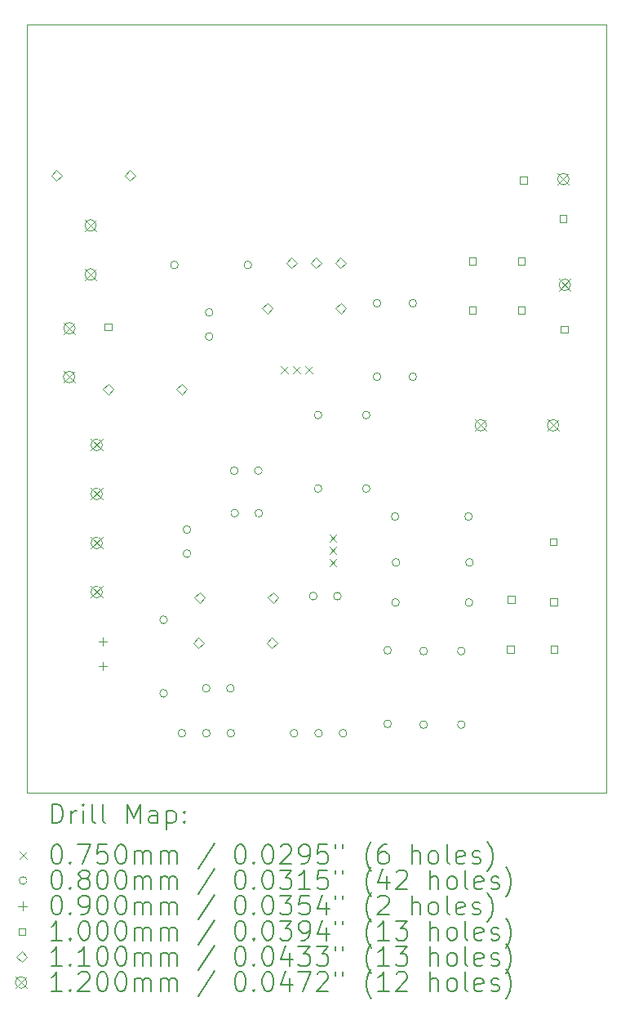
<source format=gbr>
%TF.GenerationSoftware,KiCad,Pcbnew,7.0.8-dirty*%
%TF.CreationDate,2023-11-16T23:26:40-03:00*%
%TF.ProjectId,Fonte 0-24V,466f6e74-6520-4302-9d32-34562e6b6963,rev?*%
%TF.SameCoordinates,Original*%
%TF.FileFunction,Drillmap*%
%TF.FilePolarity,Positive*%
%FSLAX45Y45*%
G04 Gerber Fmt 4.5, Leading zero omitted, Abs format (unit mm)*
G04 Created by KiCad (PCBNEW 7.0.8-dirty) date 2023-11-16 23:26:40*
%MOMM*%
%LPD*%
G01*
G04 APERTURE LIST*
%ADD10C,0.050000*%
%ADD11C,0.200000*%
%ADD12C,0.075000*%
%ADD13C,0.080000*%
%ADD14C,0.090000*%
%ADD15C,0.100000*%
%ADD16C,0.110000*%
%ADD17C,0.120000*%
G04 APERTURE END LIST*
D10*
X13124778Y-4339918D02*
X19134778Y-4339918D01*
X19134778Y-12303918D01*
X13124778Y-12303918D01*
X13124778Y-4339918D01*
D11*
D12*
X15757278Y-7883418D02*
X15832278Y-7958418D01*
X15832278Y-7883418D02*
X15757278Y-7958418D01*
X15884278Y-7883418D02*
X15959278Y-7958418D01*
X15959278Y-7883418D02*
X15884278Y-7958418D01*
X16011278Y-7883418D02*
X16086278Y-7958418D01*
X16086278Y-7883418D02*
X16011278Y-7958418D01*
X16259100Y-9624500D02*
X16334100Y-9699500D01*
X16334100Y-9624500D02*
X16259100Y-9699500D01*
X16259100Y-9751500D02*
X16334100Y-9826500D01*
X16334100Y-9751500D02*
X16259100Y-9826500D01*
X16259100Y-9878500D02*
X16334100Y-9953500D01*
X16334100Y-9878500D02*
X16259100Y-9953500D01*
D13*
X14579778Y-10508918D02*
G75*
G03*
X14579778Y-10508918I-40000J0D01*
G01*
X14579778Y-11270918D02*
G75*
G03*
X14579778Y-11270918I-40000J0D01*
G01*
X14691778Y-6832918D02*
G75*
G03*
X14691778Y-6832918I-40000J0D01*
G01*
X14769600Y-11684000D02*
G75*
G03*
X14769600Y-11684000I-40000J0D01*
G01*
X14822600Y-9574000D02*
G75*
G03*
X14822600Y-9574000I-40000J0D01*
G01*
X14822600Y-9824000D02*
G75*
G03*
X14822600Y-9824000I-40000J0D01*
G01*
X15022600Y-11219000D02*
G75*
G03*
X15022600Y-11219000I-40000J0D01*
G01*
X15023600Y-11684000D02*
G75*
G03*
X15023600Y-11684000I-40000J0D01*
G01*
X15052600Y-7324000D02*
G75*
G03*
X15052600Y-7324000I-40000J0D01*
G01*
X15052600Y-7574000D02*
G75*
G03*
X15052600Y-7574000I-40000J0D01*
G01*
X15272600Y-11219000D02*
G75*
G03*
X15272600Y-11219000I-40000J0D01*
G01*
X15277600Y-11684000D02*
G75*
G03*
X15277600Y-11684000I-40000J0D01*
G01*
X15312600Y-8964000D02*
G75*
G03*
X15312600Y-8964000I-40000J0D01*
G01*
X15317600Y-9404000D02*
G75*
G03*
X15317600Y-9404000I-40000J0D01*
G01*
X15453778Y-6832918D02*
G75*
G03*
X15453778Y-6832918I-40000J0D01*
G01*
X15562600Y-8964000D02*
G75*
G03*
X15562600Y-8964000I-40000J0D01*
G01*
X15567600Y-9404000D02*
G75*
G03*
X15567600Y-9404000I-40000J0D01*
G01*
X15933600Y-11684000D02*
G75*
G03*
X15933600Y-11684000I-40000J0D01*
G01*
X16132600Y-10264000D02*
G75*
G03*
X16132600Y-10264000I-40000J0D01*
G01*
X16182600Y-8388000D02*
G75*
G03*
X16182600Y-8388000I-40000J0D01*
G01*
X16182600Y-9150000D02*
G75*
G03*
X16182600Y-9150000I-40000J0D01*
G01*
X16187600Y-11684000D02*
G75*
G03*
X16187600Y-11684000I-40000J0D01*
G01*
X16382600Y-10264000D02*
G75*
G03*
X16382600Y-10264000I-40000J0D01*
G01*
X16441600Y-11684000D02*
G75*
G03*
X16441600Y-11684000I-40000J0D01*
G01*
X16682600Y-8388000D02*
G75*
G03*
X16682600Y-8388000I-40000J0D01*
G01*
X16682600Y-9150000D02*
G75*
G03*
X16682600Y-9150000I-40000J0D01*
G01*
X16794778Y-7228918D02*
G75*
G03*
X16794778Y-7228918I-40000J0D01*
G01*
X16794778Y-7990918D02*
G75*
G03*
X16794778Y-7990918I-40000J0D01*
G01*
X16904600Y-10824000D02*
G75*
G03*
X16904600Y-10824000I-40000J0D01*
G01*
X16904600Y-11586000D02*
G75*
G03*
X16904600Y-11586000I-40000J0D01*
G01*
X16981600Y-9439000D02*
G75*
G03*
X16981600Y-9439000I-40000J0D01*
G01*
X16986600Y-10329000D02*
G75*
G03*
X16986600Y-10329000I-40000J0D01*
G01*
X16991600Y-9914000D02*
G75*
G03*
X16991600Y-9914000I-40000J0D01*
G01*
X17164778Y-7228918D02*
G75*
G03*
X17164778Y-7228918I-40000J0D01*
G01*
X17164778Y-7990918D02*
G75*
G03*
X17164778Y-7990918I-40000J0D01*
G01*
X17277600Y-10833000D02*
G75*
G03*
X17277600Y-10833000I-40000J0D01*
G01*
X17277600Y-11595000D02*
G75*
G03*
X17277600Y-11595000I-40000J0D01*
G01*
X17668600Y-10833000D02*
G75*
G03*
X17668600Y-10833000I-40000J0D01*
G01*
X17668600Y-11595000D02*
G75*
G03*
X17668600Y-11595000I-40000J0D01*
G01*
X17743600Y-9439000D02*
G75*
G03*
X17743600Y-9439000I-40000J0D01*
G01*
X17748600Y-10329000D02*
G75*
G03*
X17748600Y-10329000I-40000J0D01*
G01*
X17753600Y-9914000D02*
G75*
G03*
X17753600Y-9914000I-40000J0D01*
G01*
D14*
X13910778Y-10688418D02*
X13910778Y-10778418D01*
X13865778Y-10733418D02*
X13955778Y-10733418D01*
X13910778Y-10942418D02*
X13910778Y-11032418D01*
X13865778Y-10987418D02*
X13955778Y-10987418D01*
D15*
X13999133Y-7510274D02*
X13999133Y-7439562D01*
X13928422Y-7439562D01*
X13928422Y-7510274D01*
X13999133Y-7510274D01*
X17780456Y-6829856D02*
X17780456Y-6759144D01*
X17709744Y-6759144D01*
X17709744Y-6829856D01*
X17780456Y-6829856D01*
X17780456Y-7337856D02*
X17780456Y-7267144D01*
X17709744Y-7267144D01*
X17709744Y-7337856D01*
X17780456Y-7337856D01*
X18172956Y-10849356D02*
X18172956Y-10778644D01*
X18102244Y-10778644D01*
X18102244Y-10849356D01*
X18172956Y-10849356D01*
X18182956Y-10334356D02*
X18182956Y-10263644D01*
X18112244Y-10263644D01*
X18112244Y-10334356D01*
X18182956Y-10334356D01*
X18288456Y-6829856D02*
X18288456Y-6759144D01*
X18217744Y-6759144D01*
X18217744Y-6829856D01*
X18288456Y-6829856D01*
X18288456Y-7337856D02*
X18288456Y-7267144D01*
X18217744Y-7267144D01*
X18217744Y-7337856D01*
X18288456Y-7337856D01*
X18307956Y-5989356D02*
X18307956Y-5918644D01*
X18237244Y-5918644D01*
X18237244Y-5989356D01*
X18307956Y-5989356D01*
X18617956Y-9734356D02*
X18617956Y-9663644D01*
X18547244Y-9663644D01*
X18547244Y-9734356D01*
X18617956Y-9734356D01*
X18622956Y-10359356D02*
X18622956Y-10288644D01*
X18552244Y-10288644D01*
X18552244Y-10359356D01*
X18622956Y-10359356D01*
X18627956Y-10849356D02*
X18627956Y-10778644D01*
X18557244Y-10778644D01*
X18557244Y-10849356D01*
X18627956Y-10849356D01*
X18717956Y-6389356D02*
X18717956Y-6318644D01*
X18647244Y-6318644D01*
X18647244Y-6389356D01*
X18717956Y-6389356D01*
X18732133Y-7537274D02*
X18732133Y-7466562D01*
X18661422Y-7466562D01*
X18661422Y-7537274D01*
X18732133Y-7537274D01*
D16*
X13428778Y-5962918D02*
X13483778Y-5907918D01*
X13428778Y-5852918D01*
X13373778Y-5907918D01*
X13428778Y-5962918D01*
X13966600Y-8175918D02*
X14021600Y-8120918D01*
X13966600Y-8065918D01*
X13911600Y-8120918D01*
X13966600Y-8175918D01*
X14190778Y-5962918D02*
X14245778Y-5907918D01*
X14190778Y-5852918D01*
X14135778Y-5907918D01*
X14190778Y-5962918D01*
X14728600Y-8175918D02*
X14783600Y-8120918D01*
X14728600Y-8065918D01*
X14673600Y-8120918D01*
X14728600Y-8175918D01*
X14901600Y-10804000D02*
X14956600Y-10749000D01*
X14901600Y-10694000D01*
X14846600Y-10749000D01*
X14901600Y-10804000D01*
X14916600Y-10334000D02*
X14971600Y-10279000D01*
X14916600Y-10224000D01*
X14861600Y-10279000D01*
X14916600Y-10334000D01*
X15616600Y-7339000D02*
X15671600Y-7284000D01*
X15616600Y-7229000D01*
X15561600Y-7284000D01*
X15616600Y-7339000D01*
X15663600Y-10804000D02*
X15718600Y-10749000D01*
X15663600Y-10694000D01*
X15608600Y-10749000D01*
X15663600Y-10804000D01*
X15678600Y-10334000D02*
X15733600Y-10279000D01*
X15678600Y-10224000D01*
X15623600Y-10279000D01*
X15678600Y-10334000D01*
X15865600Y-6866000D02*
X15920600Y-6811000D01*
X15865600Y-6756000D01*
X15810600Y-6811000D01*
X15865600Y-6866000D01*
X16119600Y-6866000D02*
X16174600Y-6811000D01*
X16119600Y-6756000D01*
X16064600Y-6811000D01*
X16119600Y-6866000D01*
X16373600Y-6866000D02*
X16428600Y-6811000D01*
X16373600Y-6756000D01*
X16318600Y-6811000D01*
X16373600Y-6866000D01*
X16378600Y-7339000D02*
X16433600Y-7284000D01*
X16378600Y-7229000D01*
X16323600Y-7284000D01*
X16378600Y-7339000D01*
D17*
X13499778Y-7933918D02*
X13619778Y-8053918D01*
X13619778Y-7933918D02*
X13499778Y-8053918D01*
X13619778Y-7993918D02*
G75*
G03*
X13619778Y-7993918I-60000J0D01*
G01*
X13502600Y-7429000D02*
X13622600Y-7549000D01*
X13622600Y-7429000D02*
X13502600Y-7549000D01*
X13622600Y-7489000D02*
G75*
G03*
X13622600Y-7489000I-60000J0D01*
G01*
X13722528Y-6363668D02*
X13842528Y-6483668D01*
X13842528Y-6363668D02*
X13722528Y-6483668D01*
X13842528Y-6423668D02*
G75*
G03*
X13842528Y-6423668I-60000J0D01*
G01*
X13722528Y-6871668D02*
X13842528Y-6991668D01*
X13842528Y-6871668D02*
X13722528Y-6991668D01*
X13842528Y-6931668D02*
G75*
G03*
X13842528Y-6931668I-60000J0D01*
G01*
X13785778Y-8636918D02*
X13905778Y-8756918D01*
X13905778Y-8636918D02*
X13785778Y-8756918D01*
X13905778Y-8696918D02*
G75*
G03*
X13905778Y-8696918I-60000J0D01*
G01*
X13785778Y-9144918D02*
X13905778Y-9264918D01*
X13905778Y-9144918D02*
X13785778Y-9264918D01*
X13905778Y-9204918D02*
G75*
G03*
X13905778Y-9204918I-60000J0D01*
G01*
X13785778Y-9652918D02*
X13905778Y-9772918D01*
X13905778Y-9652918D02*
X13785778Y-9772918D01*
X13905778Y-9712918D02*
G75*
G03*
X13905778Y-9712918I-60000J0D01*
G01*
X13785778Y-10160918D02*
X13905778Y-10280918D01*
X13905778Y-10160918D02*
X13785778Y-10280918D01*
X13905778Y-10220918D02*
G75*
G03*
X13905778Y-10220918I-60000J0D01*
G01*
X17771325Y-8434000D02*
X17891325Y-8554000D01*
X17891325Y-8434000D02*
X17771325Y-8554000D01*
X17891325Y-8494000D02*
G75*
G03*
X17891325Y-8494000I-60000J0D01*
G01*
X18521325Y-8434000D02*
X18641325Y-8554000D01*
X18641325Y-8434000D02*
X18521325Y-8554000D01*
X18641325Y-8494000D02*
G75*
G03*
X18641325Y-8494000I-60000J0D01*
G01*
X18627600Y-5884000D02*
X18747600Y-6004000D01*
X18747600Y-5884000D02*
X18627600Y-6004000D01*
X18747600Y-5944000D02*
G75*
G03*
X18747600Y-5944000I-60000J0D01*
G01*
X18642600Y-6979000D02*
X18762600Y-7099000D01*
X18762600Y-6979000D02*
X18642600Y-7099000D01*
X18762600Y-7039000D02*
G75*
G03*
X18762600Y-7039000I-60000J0D01*
G01*
D11*
X13383054Y-12617902D02*
X13383054Y-12417902D01*
X13383054Y-12417902D02*
X13430673Y-12417902D01*
X13430673Y-12417902D02*
X13459245Y-12427426D01*
X13459245Y-12427426D02*
X13478293Y-12446473D01*
X13478293Y-12446473D02*
X13487816Y-12465521D01*
X13487816Y-12465521D02*
X13497340Y-12503616D01*
X13497340Y-12503616D02*
X13497340Y-12532187D01*
X13497340Y-12532187D02*
X13487816Y-12570283D01*
X13487816Y-12570283D02*
X13478293Y-12589330D01*
X13478293Y-12589330D02*
X13459245Y-12608378D01*
X13459245Y-12608378D02*
X13430673Y-12617902D01*
X13430673Y-12617902D02*
X13383054Y-12617902D01*
X13583054Y-12617902D02*
X13583054Y-12484568D01*
X13583054Y-12522664D02*
X13592578Y-12503616D01*
X13592578Y-12503616D02*
X13602102Y-12494092D01*
X13602102Y-12494092D02*
X13621150Y-12484568D01*
X13621150Y-12484568D02*
X13640197Y-12484568D01*
X13706864Y-12617902D02*
X13706864Y-12484568D01*
X13706864Y-12417902D02*
X13697340Y-12427426D01*
X13697340Y-12427426D02*
X13706864Y-12436949D01*
X13706864Y-12436949D02*
X13716388Y-12427426D01*
X13716388Y-12427426D02*
X13706864Y-12417902D01*
X13706864Y-12417902D02*
X13706864Y-12436949D01*
X13830673Y-12617902D02*
X13811626Y-12608378D01*
X13811626Y-12608378D02*
X13802102Y-12589330D01*
X13802102Y-12589330D02*
X13802102Y-12417902D01*
X13935435Y-12617902D02*
X13916388Y-12608378D01*
X13916388Y-12608378D02*
X13906864Y-12589330D01*
X13906864Y-12589330D02*
X13906864Y-12417902D01*
X14164007Y-12617902D02*
X14164007Y-12417902D01*
X14164007Y-12417902D02*
X14230674Y-12560759D01*
X14230674Y-12560759D02*
X14297340Y-12417902D01*
X14297340Y-12417902D02*
X14297340Y-12617902D01*
X14478293Y-12617902D02*
X14478293Y-12513140D01*
X14478293Y-12513140D02*
X14468769Y-12494092D01*
X14468769Y-12494092D02*
X14449721Y-12484568D01*
X14449721Y-12484568D02*
X14411626Y-12484568D01*
X14411626Y-12484568D02*
X14392578Y-12494092D01*
X14478293Y-12608378D02*
X14459245Y-12617902D01*
X14459245Y-12617902D02*
X14411626Y-12617902D01*
X14411626Y-12617902D02*
X14392578Y-12608378D01*
X14392578Y-12608378D02*
X14383054Y-12589330D01*
X14383054Y-12589330D02*
X14383054Y-12570283D01*
X14383054Y-12570283D02*
X14392578Y-12551235D01*
X14392578Y-12551235D02*
X14411626Y-12541711D01*
X14411626Y-12541711D02*
X14459245Y-12541711D01*
X14459245Y-12541711D02*
X14478293Y-12532187D01*
X14573531Y-12484568D02*
X14573531Y-12684568D01*
X14573531Y-12494092D02*
X14592578Y-12484568D01*
X14592578Y-12484568D02*
X14630674Y-12484568D01*
X14630674Y-12484568D02*
X14649721Y-12494092D01*
X14649721Y-12494092D02*
X14659245Y-12503616D01*
X14659245Y-12503616D02*
X14668769Y-12522664D01*
X14668769Y-12522664D02*
X14668769Y-12579806D01*
X14668769Y-12579806D02*
X14659245Y-12598854D01*
X14659245Y-12598854D02*
X14649721Y-12608378D01*
X14649721Y-12608378D02*
X14630674Y-12617902D01*
X14630674Y-12617902D02*
X14592578Y-12617902D01*
X14592578Y-12617902D02*
X14573531Y-12608378D01*
X14754483Y-12598854D02*
X14764007Y-12608378D01*
X14764007Y-12608378D02*
X14754483Y-12617902D01*
X14754483Y-12617902D02*
X14744959Y-12608378D01*
X14744959Y-12608378D02*
X14754483Y-12598854D01*
X14754483Y-12598854D02*
X14754483Y-12617902D01*
X14754483Y-12494092D02*
X14764007Y-12503616D01*
X14764007Y-12503616D02*
X14754483Y-12513140D01*
X14754483Y-12513140D02*
X14744959Y-12503616D01*
X14744959Y-12503616D02*
X14754483Y-12494092D01*
X14754483Y-12494092D02*
X14754483Y-12513140D01*
D12*
X13047278Y-12908918D02*
X13122278Y-12983918D01*
X13122278Y-12908918D02*
X13047278Y-12983918D01*
D11*
X13421150Y-12837902D02*
X13440197Y-12837902D01*
X13440197Y-12837902D02*
X13459245Y-12847426D01*
X13459245Y-12847426D02*
X13468769Y-12856949D01*
X13468769Y-12856949D02*
X13478293Y-12875997D01*
X13478293Y-12875997D02*
X13487816Y-12914092D01*
X13487816Y-12914092D02*
X13487816Y-12961711D01*
X13487816Y-12961711D02*
X13478293Y-12999806D01*
X13478293Y-12999806D02*
X13468769Y-13018854D01*
X13468769Y-13018854D02*
X13459245Y-13028378D01*
X13459245Y-13028378D02*
X13440197Y-13037902D01*
X13440197Y-13037902D02*
X13421150Y-13037902D01*
X13421150Y-13037902D02*
X13402102Y-13028378D01*
X13402102Y-13028378D02*
X13392578Y-13018854D01*
X13392578Y-13018854D02*
X13383054Y-12999806D01*
X13383054Y-12999806D02*
X13373531Y-12961711D01*
X13373531Y-12961711D02*
X13373531Y-12914092D01*
X13373531Y-12914092D02*
X13383054Y-12875997D01*
X13383054Y-12875997D02*
X13392578Y-12856949D01*
X13392578Y-12856949D02*
X13402102Y-12847426D01*
X13402102Y-12847426D02*
X13421150Y-12837902D01*
X13573531Y-13018854D02*
X13583054Y-13028378D01*
X13583054Y-13028378D02*
X13573531Y-13037902D01*
X13573531Y-13037902D02*
X13564007Y-13028378D01*
X13564007Y-13028378D02*
X13573531Y-13018854D01*
X13573531Y-13018854D02*
X13573531Y-13037902D01*
X13649721Y-12837902D02*
X13783054Y-12837902D01*
X13783054Y-12837902D02*
X13697340Y-13037902D01*
X13954483Y-12837902D02*
X13859245Y-12837902D01*
X13859245Y-12837902D02*
X13849721Y-12933140D01*
X13849721Y-12933140D02*
X13859245Y-12923616D01*
X13859245Y-12923616D02*
X13878293Y-12914092D01*
X13878293Y-12914092D02*
X13925912Y-12914092D01*
X13925912Y-12914092D02*
X13944959Y-12923616D01*
X13944959Y-12923616D02*
X13954483Y-12933140D01*
X13954483Y-12933140D02*
X13964007Y-12952187D01*
X13964007Y-12952187D02*
X13964007Y-12999806D01*
X13964007Y-12999806D02*
X13954483Y-13018854D01*
X13954483Y-13018854D02*
X13944959Y-13028378D01*
X13944959Y-13028378D02*
X13925912Y-13037902D01*
X13925912Y-13037902D02*
X13878293Y-13037902D01*
X13878293Y-13037902D02*
X13859245Y-13028378D01*
X13859245Y-13028378D02*
X13849721Y-13018854D01*
X14087816Y-12837902D02*
X14106864Y-12837902D01*
X14106864Y-12837902D02*
X14125912Y-12847426D01*
X14125912Y-12847426D02*
X14135435Y-12856949D01*
X14135435Y-12856949D02*
X14144959Y-12875997D01*
X14144959Y-12875997D02*
X14154483Y-12914092D01*
X14154483Y-12914092D02*
X14154483Y-12961711D01*
X14154483Y-12961711D02*
X14144959Y-12999806D01*
X14144959Y-12999806D02*
X14135435Y-13018854D01*
X14135435Y-13018854D02*
X14125912Y-13028378D01*
X14125912Y-13028378D02*
X14106864Y-13037902D01*
X14106864Y-13037902D02*
X14087816Y-13037902D01*
X14087816Y-13037902D02*
X14068769Y-13028378D01*
X14068769Y-13028378D02*
X14059245Y-13018854D01*
X14059245Y-13018854D02*
X14049721Y-12999806D01*
X14049721Y-12999806D02*
X14040197Y-12961711D01*
X14040197Y-12961711D02*
X14040197Y-12914092D01*
X14040197Y-12914092D02*
X14049721Y-12875997D01*
X14049721Y-12875997D02*
X14059245Y-12856949D01*
X14059245Y-12856949D02*
X14068769Y-12847426D01*
X14068769Y-12847426D02*
X14087816Y-12837902D01*
X14240197Y-13037902D02*
X14240197Y-12904568D01*
X14240197Y-12923616D02*
X14249721Y-12914092D01*
X14249721Y-12914092D02*
X14268769Y-12904568D01*
X14268769Y-12904568D02*
X14297340Y-12904568D01*
X14297340Y-12904568D02*
X14316388Y-12914092D01*
X14316388Y-12914092D02*
X14325912Y-12933140D01*
X14325912Y-12933140D02*
X14325912Y-13037902D01*
X14325912Y-12933140D02*
X14335435Y-12914092D01*
X14335435Y-12914092D02*
X14354483Y-12904568D01*
X14354483Y-12904568D02*
X14383054Y-12904568D01*
X14383054Y-12904568D02*
X14402102Y-12914092D01*
X14402102Y-12914092D02*
X14411626Y-12933140D01*
X14411626Y-12933140D02*
X14411626Y-13037902D01*
X14506864Y-13037902D02*
X14506864Y-12904568D01*
X14506864Y-12923616D02*
X14516388Y-12914092D01*
X14516388Y-12914092D02*
X14535435Y-12904568D01*
X14535435Y-12904568D02*
X14564007Y-12904568D01*
X14564007Y-12904568D02*
X14583055Y-12914092D01*
X14583055Y-12914092D02*
X14592578Y-12933140D01*
X14592578Y-12933140D02*
X14592578Y-13037902D01*
X14592578Y-12933140D02*
X14602102Y-12914092D01*
X14602102Y-12914092D02*
X14621150Y-12904568D01*
X14621150Y-12904568D02*
X14649721Y-12904568D01*
X14649721Y-12904568D02*
X14668769Y-12914092D01*
X14668769Y-12914092D02*
X14678293Y-12933140D01*
X14678293Y-12933140D02*
X14678293Y-13037902D01*
X15068769Y-12828378D02*
X14897340Y-13085521D01*
X15325912Y-12837902D02*
X15344959Y-12837902D01*
X15344959Y-12837902D02*
X15364007Y-12847426D01*
X15364007Y-12847426D02*
X15373531Y-12856949D01*
X15373531Y-12856949D02*
X15383055Y-12875997D01*
X15383055Y-12875997D02*
X15392578Y-12914092D01*
X15392578Y-12914092D02*
X15392578Y-12961711D01*
X15392578Y-12961711D02*
X15383055Y-12999806D01*
X15383055Y-12999806D02*
X15373531Y-13018854D01*
X15373531Y-13018854D02*
X15364007Y-13028378D01*
X15364007Y-13028378D02*
X15344959Y-13037902D01*
X15344959Y-13037902D02*
X15325912Y-13037902D01*
X15325912Y-13037902D02*
X15306864Y-13028378D01*
X15306864Y-13028378D02*
X15297340Y-13018854D01*
X15297340Y-13018854D02*
X15287817Y-12999806D01*
X15287817Y-12999806D02*
X15278293Y-12961711D01*
X15278293Y-12961711D02*
X15278293Y-12914092D01*
X15278293Y-12914092D02*
X15287817Y-12875997D01*
X15287817Y-12875997D02*
X15297340Y-12856949D01*
X15297340Y-12856949D02*
X15306864Y-12847426D01*
X15306864Y-12847426D02*
X15325912Y-12837902D01*
X15478293Y-13018854D02*
X15487817Y-13028378D01*
X15487817Y-13028378D02*
X15478293Y-13037902D01*
X15478293Y-13037902D02*
X15468769Y-13028378D01*
X15468769Y-13028378D02*
X15478293Y-13018854D01*
X15478293Y-13018854D02*
X15478293Y-13037902D01*
X15611626Y-12837902D02*
X15630674Y-12837902D01*
X15630674Y-12837902D02*
X15649721Y-12847426D01*
X15649721Y-12847426D02*
X15659245Y-12856949D01*
X15659245Y-12856949D02*
X15668769Y-12875997D01*
X15668769Y-12875997D02*
X15678293Y-12914092D01*
X15678293Y-12914092D02*
X15678293Y-12961711D01*
X15678293Y-12961711D02*
X15668769Y-12999806D01*
X15668769Y-12999806D02*
X15659245Y-13018854D01*
X15659245Y-13018854D02*
X15649721Y-13028378D01*
X15649721Y-13028378D02*
X15630674Y-13037902D01*
X15630674Y-13037902D02*
X15611626Y-13037902D01*
X15611626Y-13037902D02*
X15592578Y-13028378D01*
X15592578Y-13028378D02*
X15583055Y-13018854D01*
X15583055Y-13018854D02*
X15573531Y-12999806D01*
X15573531Y-12999806D02*
X15564007Y-12961711D01*
X15564007Y-12961711D02*
X15564007Y-12914092D01*
X15564007Y-12914092D02*
X15573531Y-12875997D01*
X15573531Y-12875997D02*
X15583055Y-12856949D01*
X15583055Y-12856949D02*
X15592578Y-12847426D01*
X15592578Y-12847426D02*
X15611626Y-12837902D01*
X15754483Y-12856949D02*
X15764007Y-12847426D01*
X15764007Y-12847426D02*
X15783055Y-12837902D01*
X15783055Y-12837902D02*
X15830674Y-12837902D01*
X15830674Y-12837902D02*
X15849721Y-12847426D01*
X15849721Y-12847426D02*
X15859245Y-12856949D01*
X15859245Y-12856949D02*
X15868769Y-12875997D01*
X15868769Y-12875997D02*
X15868769Y-12895045D01*
X15868769Y-12895045D02*
X15859245Y-12923616D01*
X15859245Y-12923616D02*
X15744959Y-13037902D01*
X15744959Y-13037902D02*
X15868769Y-13037902D01*
X15964007Y-13037902D02*
X16002102Y-13037902D01*
X16002102Y-13037902D02*
X16021150Y-13028378D01*
X16021150Y-13028378D02*
X16030674Y-13018854D01*
X16030674Y-13018854D02*
X16049721Y-12990283D01*
X16049721Y-12990283D02*
X16059245Y-12952187D01*
X16059245Y-12952187D02*
X16059245Y-12875997D01*
X16059245Y-12875997D02*
X16049721Y-12856949D01*
X16049721Y-12856949D02*
X16040198Y-12847426D01*
X16040198Y-12847426D02*
X16021150Y-12837902D01*
X16021150Y-12837902D02*
X15983055Y-12837902D01*
X15983055Y-12837902D02*
X15964007Y-12847426D01*
X15964007Y-12847426D02*
X15954483Y-12856949D01*
X15954483Y-12856949D02*
X15944959Y-12875997D01*
X15944959Y-12875997D02*
X15944959Y-12923616D01*
X15944959Y-12923616D02*
X15954483Y-12942664D01*
X15954483Y-12942664D02*
X15964007Y-12952187D01*
X15964007Y-12952187D02*
X15983055Y-12961711D01*
X15983055Y-12961711D02*
X16021150Y-12961711D01*
X16021150Y-12961711D02*
X16040198Y-12952187D01*
X16040198Y-12952187D02*
X16049721Y-12942664D01*
X16049721Y-12942664D02*
X16059245Y-12923616D01*
X16240198Y-12837902D02*
X16144959Y-12837902D01*
X16144959Y-12837902D02*
X16135436Y-12933140D01*
X16135436Y-12933140D02*
X16144959Y-12923616D01*
X16144959Y-12923616D02*
X16164007Y-12914092D01*
X16164007Y-12914092D02*
X16211626Y-12914092D01*
X16211626Y-12914092D02*
X16230674Y-12923616D01*
X16230674Y-12923616D02*
X16240198Y-12933140D01*
X16240198Y-12933140D02*
X16249721Y-12952187D01*
X16249721Y-12952187D02*
X16249721Y-12999806D01*
X16249721Y-12999806D02*
X16240198Y-13018854D01*
X16240198Y-13018854D02*
X16230674Y-13028378D01*
X16230674Y-13028378D02*
X16211626Y-13037902D01*
X16211626Y-13037902D02*
X16164007Y-13037902D01*
X16164007Y-13037902D02*
X16144959Y-13028378D01*
X16144959Y-13028378D02*
X16135436Y-13018854D01*
X16325912Y-12837902D02*
X16325912Y-12875997D01*
X16402102Y-12837902D02*
X16402102Y-12875997D01*
X16697341Y-13114092D02*
X16687817Y-13104568D01*
X16687817Y-13104568D02*
X16668769Y-13075997D01*
X16668769Y-13075997D02*
X16659245Y-13056949D01*
X16659245Y-13056949D02*
X16649721Y-13028378D01*
X16649721Y-13028378D02*
X16640198Y-12980759D01*
X16640198Y-12980759D02*
X16640198Y-12942664D01*
X16640198Y-12942664D02*
X16649721Y-12895045D01*
X16649721Y-12895045D02*
X16659245Y-12866473D01*
X16659245Y-12866473D02*
X16668769Y-12847426D01*
X16668769Y-12847426D02*
X16687817Y-12818854D01*
X16687817Y-12818854D02*
X16697341Y-12809330D01*
X16859245Y-12837902D02*
X16821150Y-12837902D01*
X16821150Y-12837902D02*
X16802102Y-12847426D01*
X16802102Y-12847426D02*
X16792579Y-12856949D01*
X16792579Y-12856949D02*
X16773531Y-12885521D01*
X16773531Y-12885521D02*
X16764007Y-12923616D01*
X16764007Y-12923616D02*
X16764007Y-12999806D01*
X16764007Y-12999806D02*
X16773531Y-13018854D01*
X16773531Y-13018854D02*
X16783055Y-13028378D01*
X16783055Y-13028378D02*
X16802102Y-13037902D01*
X16802102Y-13037902D02*
X16840198Y-13037902D01*
X16840198Y-13037902D02*
X16859245Y-13028378D01*
X16859245Y-13028378D02*
X16868769Y-13018854D01*
X16868769Y-13018854D02*
X16878293Y-12999806D01*
X16878293Y-12999806D02*
X16878293Y-12952187D01*
X16878293Y-12952187D02*
X16868769Y-12933140D01*
X16868769Y-12933140D02*
X16859245Y-12923616D01*
X16859245Y-12923616D02*
X16840198Y-12914092D01*
X16840198Y-12914092D02*
X16802102Y-12914092D01*
X16802102Y-12914092D02*
X16783055Y-12923616D01*
X16783055Y-12923616D02*
X16773531Y-12933140D01*
X16773531Y-12933140D02*
X16764007Y-12952187D01*
X17116388Y-13037902D02*
X17116388Y-12837902D01*
X17202103Y-13037902D02*
X17202103Y-12933140D01*
X17202103Y-12933140D02*
X17192579Y-12914092D01*
X17192579Y-12914092D02*
X17173531Y-12904568D01*
X17173531Y-12904568D02*
X17144960Y-12904568D01*
X17144960Y-12904568D02*
X17125912Y-12914092D01*
X17125912Y-12914092D02*
X17116388Y-12923616D01*
X17325912Y-13037902D02*
X17306864Y-13028378D01*
X17306864Y-13028378D02*
X17297341Y-13018854D01*
X17297341Y-13018854D02*
X17287817Y-12999806D01*
X17287817Y-12999806D02*
X17287817Y-12942664D01*
X17287817Y-12942664D02*
X17297341Y-12923616D01*
X17297341Y-12923616D02*
X17306864Y-12914092D01*
X17306864Y-12914092D02*
X17325912Y-12904568D01*
X17325912Y-12904568D02*
X17354484Y-12904568D01*
X17354484Y-12904568D02*
X17373531Y-12914092D01*
X17373531Y-12914092D02*
X17383055Y-12923616D01*
X17383055Y-12923616D02*
X17392579Y-12942664D01*
X17392579Y-12942664D02*
X17392579Y-12999806D01*
X17392579Y-12999806D02*
X17383055Y-13018854D01*
X17383055Y-13018854D02*
X17373531Y-13028378D01*
X17373531Y-13028378D02*
X17354484Y-13037902D01*
X17354484Y-13037902D02*
X17325912Y-13037902D01*
X17506864Y-13037902D02*
X17487817Y-13028378D01*
X17487817Y-13028378D02*
X17478293Y-13009330D01*
X17478293Y-13009330D02*
X17478293Y-12837902D01*
X17659245Y-13028378D02*
X17640198Y-13037902D01*
X17640198Y-13037902D02*
X17602103Y-13037902D01*
X17602103Y-13037902D02*
X17583055Y-13028378D01*
X17583055Y-13028378D02*
X17573531Y-13009330D01*
X17573531Y-13009330D02*
X17573531Y-12933140D01*
X17573531Y-12933140D02*
X17583055Y-12914092D01*
X17583055Y-12914092D02*
X17602103Y-12904568D01*
X17602103Y-12904568D02*
X17640198Y-12904568D01*
X17640198Y-12904568D02*
X17659245Y-12914092D01*
X17659245Y-12914092D02*
X17668769Y-12933140D01*
X17668769Y-12933140D02*
X17668769Y-12952187D01*
X17668769Y-12952187D02*
X17573531Y-12971235D01*
X17744960Y-13028378D02*
X17764007Y-13037902D01*
X17764007Y-13037902D02*
X17802103Y-13037902D01*
X17802103Y-13037902D02*
X17821150Y-13028378D01*
X17821150Y-13028378D02*
X17830674Y-13009330D01*
X17830674Y-13009330D02*
X17830674Y-12999806D01*
X17830674Y-12999806D02*
X17821150Y-12980759D01*
X17821150Y-12980759D02*
X17802103Y-12971235D01*
X17802103Y-12971235D02*
X17773531Y-12971235D01*
X17773531Y-12971235D02*
X17754484Y-12961711D01*
X17754484Y-12961711D02*
X17744960Y-12942664D01*
X17744960Y-12942664D02*
X17744960Y-12933140D01*
X17744960Y-12933140D02*
X17754484Y-12914092D01*
X17754484Y-12914092D02*
X17773531Y-12904568D01*
X17773531Y-12904568D02*
X17802103Y-12904568D01*
X17802103Y-12904568D02*
X17821150Y-12914092D01*
X17897341Y-13114092D02*
X17906865Y-13104568D01*
X17906865Y-13104568D02*
X17925912Y-13075997D01*
X17925912Y-13075997D02*
X17935436Y-13056949D01*
X17935436Y-13056949D02*
X17944960Y-13028378D01*
X17944960Y-13028378D02*
X17954484Y-12980759D01*
X17954484Y-12980759D02*
X17954484Y-12942664D01*
X17954484Y-12942664D02*
X17944960Y-12895045D01*
X17944960Y-12895045D02*
X17935436Y-12866473D01*
X17935436Y-12866473D02*
X17925912Y-12847426D01*
X17925912Y-12847426D02*
X17906865Y-12818854D01*
X17906865Y-12818854D02*
X17897341Y-12809330D01*
D13*
X13122278Y-13210418D02*
G75*
G03*
X13122278Y-13210418I-40000J0D01*
G01*
D11*
X13421150Y-13101902D02*
X13440197Y-13101902D01*
X13440197Y-13101902D02*
X13459245Y-13111426D01*
X13459245Y-13111426D02*
X13468769Y-13120949D01*
X13468769Y-13120949D02*
X13478293Y-13139997D01*
X13478293Y-13139997D02*
X13487816Y-13178092D01*
X13487816Y-13178092D02*
X13487816Y-13225711D01*
X13487816Y-13225711D02*
X13478293Y-13263806D01*
X13478293Y-13263806D02*
X13468769Y-13282854D01*
X13468769Y-13282854D02*
X13459245Y-13292378D01*
X13459245Y-13292378D02*
X13440197Y-13301902D01*
X13440197Y-13301902D02*
X13421150Y-13301902D01*
X13421150Y-13301902D02*
X13402102Y-13292378D01*
X13402102Y-13292378D02*
X13392578Y-13282854D01*
X13392578Y-13282854D02*
X13383054Y-13263806D01*
X13383054Y-13263806D02*
X13373531Y-13225711D01*
X13373531Y-13225711D02*
X13373531Y-13178092D01*
X13373531Y-13178092D02*
X13383054Y-13139997D01*
X13383054Y-13139997D02*
X13392578Y-13120949D01*
X13392578Y-13120949D02*
X13402102Y-13111426D01*
X13402102Y-13111426D02*
X13421150Y-13101902D01*
X13573531Y-13282854D02*
X13583054Y-13292378D01*
X13583054Y-13292378D02*
X13573531Y-13301902D01*
X13573531Y-13301902D02*
X13564007Y-13292378D01*
X13564007Y-13292378D02*
X13573531Y-13282854D01*
X13573531Y-13282854D02*
X13573531Y-13301902D01*
X13697340Y-13187616D02*
X13678293Y-13178092D01*
X13678293Y-13178092D02*
X13668769Y-13168568D01*
X13668769Y-13168568D02*
X13659245Y-13149521D01*
X13659245Y-13149521D02*
X13659245Y-13139997D01*
X13659245Y-13139997D02*
X13668769Y-13120949D01*
X13668769Y-13120949D02*
X13678293Y-13111426D01*
X13678293Y-13111426D02*
X13697340Y-13101902D01*
X13697340Y-13101902D02*
X13735435Y-13101902D01*
X13735435Y-13101902D02*
X13754483Y-13111426D01*
X13754483Y-13111426D02*
X13764007Y-13120949D01*
X13764007Y-13120949D02*
X13773531Y-13139997D01*
X13773531Y-13139997D02*
X13773531Y-13149521D01*
X13773531Y-13149521D02*
X13764007Y-13168568D01*
X13764007Y-13168568D02*
X13754483Y-13178092D01*
X13754483Y-13178092D02*
X13735435Y-13187616D01*
X13735435Y-13187616D02*
X13697340Y-13187616D01*
X13697340Y-13187616D02*
X13678293Y-13197140D01*
X13678293Y-13197140D02*
X13668769Y-13206664D01*
X13668769Y-13206664D02*
X13659245Y-13225711D01*
X13659245Y-13225711D02*
X13659245Y-13263806D01*
X13659245Y-13263806D02*
X13668769Y-13282854D01*
X13668769Y-13282854D02*
X13678293Y-13292378D01*
X13678293Y-13292378D02*
X13697340Y-13301902D01*
X13697340Y-13301902D02*
X13735435Y-13301902D01*
X13735435Y-13301902D02*
X13754483Y-13292378D01*
X13754483Y-13292378D02*
X13764007Y-13282854D01*
X13764007Y-13282854D02*
X13773531Y-13263806D01*
X13773531Y-13263806D02*
X13773531Y-13225711D01*
X13773531Y-13225711D02*
X13764007Y-13206664D01*
X13764007Y-13206664D02*
X13754483Y-13197140D01*
X13754483Y-13197140D02*
X13735435Y-13187616D01*
X13897340Y-13101902D02*
X13916388Y-13101902D01*
X13916388Y-13101902D02*
X13935435Y-13111426D01*
X13935435Y-13111426D02*
X13944959Y-13120949D01*
X13944959Y-13120949D02*
X13954483Y-13139997D01*
X13954483Y-13139997D02*
X13964007Y-13178092D01*
X13964007Y-13178092D02*
X13964007Y-13225711D01*
X13964007Y-13225711D02*
X13954483Y-13263806D01*
X13954483Y-13263806D02*
X13944959Y-13282854D01*
X13944959Y-13282854D02*
X13935435Y-13292378D01*
X13935435Y-13292378D02*
X13916388Y-13301902D01*
X13916388Y-13301902D02*
X13897340Y-13301902D01*
X13897340Y-13301902D02*
X13878293Y-13292378D01*
X13878293Y-13292378D02*
X13868769Y-13282854D01*
X13868769Y-13282854D02*
X13859245Y-13263806D01*
X13859245Y-13263806D02*
X13849721Y-13225711D01*
X13849721Y-13225711D02*
X13849721Y-13178092D01*
X13849721Y-13178092D02*
X13859245Y-13139997D01*
X13859245Y-13139997D02*
X13868769Y-13120949D01*
X13868769Y-13120949D02*
X13878293Y-13111426D01*
X13878293Y-13111426D02*
X13897340Y-13101902D01*
X14087816Y-13101902D02*
X14106864Y-13101902D01*
X14106864Y-13101902D02*
X14125912Y-13111426D01*
X14125912Y-13111426D02*
X14135435Y-13120949D01*
X14135435Y-13120949D02*
X14144959Y-13139997D01*
X14144959Y-13139997D02*
X14154483Y-13178092D01*
X14154483Y-13178092D02*
X14154483Y-13225711D01*
X14154483Y-13225711D02*
X14144959Y-13263806D01*
X14144959Y-13263806D02*
X14135435Y-13282854D01*
X14135435Y-13282854D02*
X14125912Y-13292378D01*
X14125912Y-13292378D02*
X14106864Y-13301902D01*
X14106864Y-13301902D02*
X14087816Y-13301902D01*
X14087816Y-13301902D02*
X14068769Y-13292378D01*
X14068769Y-13292378D02*
X14059245Y-13282854D01*
X14059245Y-13282854D02*
X14049721Y-13263806D01*
X14049721Y-13263806D02*
X14040197Y-13225711D01*
X14040197Y-13225711D02*
X14040197Y-13178092D01*
X14040197Y-13178092D02*
X14049721Y-13139997D01*
X14049721Y-13139997D02*
X14059245Y-13120949D01*
X14059245Y-13120949D02*
X14068769Y-13111426D01*
X14068769Y-13111426D02*
X14087816Y-13101902D01*
X14240197Y-13301902D02*
X14240197Y-13168568D01*
X14240197Y-13187616D02*
X14249721Y-13178092D01*
X14249721Y-13178092D02*
X14268769Y-13168568D01*
X14268769Y-13168568D02*
X14297340Y-13168568D01*
X14297340Y-13168568D02*
X14316388Y-13178092D01*
X14316388Y-13178092D02*
X14325912Y-13197140D01*
X14325912Y-13197140D02*
X14325912Y-13301902D01*
X14325912Y-13197140D02*
X14335435Y-13178092D01*
X14335435Y-13178092D02*
X14354483Y-13168568D01*
X14354483Y-13168568D02*
X14383054Y-13168568D01*
X14383054Y-13168568D02*
X14402102Y-13178092D01*
X14402102Y-13178092D02*
X14411626Y-13197140D01*
X14411626Y-13197140D02*
X14411626Y-13301902D01*
X14506864Y-13301902D02*
X14506864Y-13168568D01*
X14506864Y-13187616D02*
X14516388Y-13178092D01*
X14516388Y-13178092D02*
X14535435Y-13168568D01*
X14535435Y-13168568D02*
X14564007Y-13168568D01*
X14564007Y-13168568D02*
X14583055Y-13178092D01*
X14583055Y-13178092D02*
X14592578Y-13197140D01*
X14592578Y-13197140D02*
X14592578Y-13301902D01*
X14592578Y-13197140D02*
X14602102Y-13178092D01*
X14602102Y-13178092D02*
X14621150Y-13168568D01*
X14621150Y-13168568D02*
X14649721Y-13168568D01*
X14649721Y-13168568D02*
X14668769Y-13178092D01*
X14668769Y-13178092D02*
X14678293Y-13197140D01*
X14678293Y-13197140D02*
X14678293Y-13301902D01*
X15068769Y-13092378D02*
X14897340Y-13349521D01*
X15325912Y-13101902D02*
X15344959Y-13101902D01*
X15344959Y-13101902D02*
X15364007Y-13111426D01*
X15364007Y-13111426D02*
X15373531Y-13120949D01*
X15373531Y-13120949D02*
X15383055Y-13139997D01*
X15383055Y-13139997D02*
X15392578Y-13178092D01*
X15392578Y-13178092D02*
X15392578Y-13225711D01*
X15392578Y-13225711D02*
X15383055Y-13263806D01*
X15383055Y-13263806D02*
X15373531Y-13282854D01*
X15373531Y-13282854D02*
X15364007Y-13292378D01*
X15364007Y-13292378D02*
X15344959Y-13301902D01*
X15344959Y-13301902D02*
X15325912Y-13301902D01*
X15325912Y-13301902D02*
X15306864Y-13292378D01*
X15306864Y-13292378D02*
X15297340Y-13282854D01*
X15297340Y-13282854D02*
X15287817Y-13263806D01*
X15287817Y-13263806D02*
X15278293Y-13225711D01*
X15278293Y-13225711D02*
X15278293Y-13178092D01*
X15278293Y-13178092D02*
X15287817Y-13139997D01*
X15287817Y-13139997D02*
X15297340Y-13120949D01*
X15297340Y-13120949D02*
X15306864Y-13111426D01*
X15306864Y-13111426D02*
X15325912Y-13101902D01*
X15478293Y-13282854D02*
X15487817Y-13292378D01*
X15487817Y-13292378D02*
X15478293Y-13301902D01*
X15478293Y-13301902D02*
X15468769Y-13292378D01*
X15468769Y-13292378D02*
X15478293Y-13282854D01*
X15478293Y-13282854D02*
X15478293Y-13301902D01*
X15611626Y-13101902D02*
X15630674Y-13101902D01*
X15630674Y-13101902D02*
X15649721Y-13111426D01*
X15649721Y-13111426D02*
X15659245Y-13120949D01*
X15659245Y-13120949D02*
X15668769Y-13139997D01*
X15668769Y-13139997D02*
X15678293Y-13178092D01*
X15678293Y-13178092D02*
X15678293Y-13225711D01*
X15678293Y-13225711D02*
X15668769Y-13263806D01*
X15668769Y-13263806D02*
X15659245Y-13282854D01*
X15659245Y-13282854D02*
X15649721Y-13292378D01*
X15649721Y-13292378D02*
X15630674Y-13301902D01*
X15630674Y-13301902D02*
X15611626Y-13301902D01*
X15611626Y-13301902D02*
X15592578Y-13292378D01*
X15592578Y-13292378D02*
X15583055Y-13282854D01*
X15583055Y-13282854D02*
X15573531Y-13263806D01*
X15573531Y-13263806D02*
X15564007Y-13225711D01*
X15564007Y-13225711D02*
X15564007Y-13178092D01*
X15564007Y-13178092D02*
X15573531Y-13139997D01*
X15573531Y-13139997D02*
X15583055Y-13120949D01*
X15583055Y-13120949D02*
X15592578Y-13111426D01*
X15592578Y-13111426D02*
X15611626Y-13101902D01*
X15744959Y-13101902D02*
X15868769Y-13101902D01*
X15868769Y-13101902D02*
X15802102Y-13178092D01*
X15802102Y-13178092D02*
X15830674Y-13178092D01*
X15830674Y-13178092D02*
X15849721Y-13187616D01*
X15849721Y-13187616D02*
X15859245Y-13197140D01*
X15859245Y-13197140D02*
X15868769Y-13216187D01*
X15868769Y-13216187D02*
X15868769Y-13263806D01*
X15868769Y-13263806D02*
X15859245Y-13282854D01*
X15859245Y-13282854D02*
X15849721Y-13292378D01*
X15849721Y-13292378D02*
X15830674Y-13301902D01*
X15830674Y-13301902D02*
X15773531Y-13301902D01*
X15773531Y-13301902D02*
X15754483Y-13292378D01*
X15754483Y-13292378D02*
X15744959Y-13282854D01*
X16059245Y-13301902D02*
X15944959Y-13301902D01*
X16002102Y-13301902D02*
X16002102Y-13101902D01*
X16002102Y-13101902D02*
X15983055Y-13130473D01*
X15983055Y-13130473D02*
X15964007Y-13149521D01*
X15964007Y-13149521D02*
X15944959Y-13159045D01*
X16240198Y-13101902D02*
X16144959Y-13101902D01*
X16144959Y-13101902D02*
X16135436Y-13197140D01*
X16135436Y-13197140D02*
X16144959Y-13187616D01*
X16144959Y-13187616D02*
X16164007Y-13178092D01*
X16164007Y-13178092D02*
X16211626Y-13178092D01*
X16211626Y-13178092D02*
X16230674Y-13187616D01*
X16230674Y-13187616D02*
X16240198Y-13197140D01*
X16240198Y-13197140D02*
X16249721Y-13216187D01*
X16249721Y-13216187D02*
X16249721Y-13263806D01*
X16249721Y-13263806D02*
X16240198Y-13282854D01*
X16240198Y-13282854D02*
X16230674Y-13292378D01*
X16230674Y-13292378D02*
X16211626Y-13301902D01*
X16211626Y-13301902D02*
X16164007Y-13301902D01*
X16164007Y-13301902D02*
X16144959Y-13292378D01*
X16144959Y-13292378D02*
X16135436Y-13282854D01*
X16325912Y-13101902D02*
X16325912Y-13139997D01*
X16402102Y-13101902D02*
X16402102Y-13139997D01*
X16697341Y-13378092D02*
X16687817Y-13368568D01*
X16687817Y-13368568D02*
X16668769Y-13339997D01*
X16668769Y-13339997D02*
X16659245Y-13320949D01*
X16659245Y-13320949D02*
X16649721Y-13292378D01*
X16649721Y-13292378D02*
X16640198Y-13244759D01*
X16640198Y-13244759D02*
X16640198Y-13206664D01*
X16640198Y-13206664D02*
X16649721Y-13159045D01*
X16649721Y-13159045D02*
X16659245Y-13130473D01*
X16659245Y-13130473D02*
X16668769Y-13111426D01*
X16668769Y-13111426D02*
X16687817Y-13082854D01*
X16687817Y-13082854D02*
X16697341Y-13073330D01*
X16859245Y-13168568D02*
X16859245Y-13301902D01*
X16811626Y-13092378D02*
X16764007Y-13235235D01*
X16764007Y-13235235D02*
X16887817Y-13235235D01*
X16954483Y-13120949D02*
X16964007Y-13111426D01*
X16964007Y-13111426D02*
X16983055Y-13101902D01*
X16983055Y-13101902D02*
X17030674Y-13101902D01*
X17030674Y-13101902D02*
X17049722Y-13111426D01*
X17049722Y-13111426D02*
X17059245Y-13120949D01*
X17059245Y-13120949D02*
X17068769Y-13139997D01*
X17068769Y-13139997D02*
X17068769Y-13159045D01*
X17068769Y-13159045D02*
X17059245Y-13187616D01*
X17059245Y-13187616D02*
X16944960Y-13301902D01*
X16944960Y-13301902D02*
X17068769Y-13301902D01*
X17306864Y-13301902D02*
X17306864Y-13101902D01*
X17392579Y-13301902D02*
X17392579Y-13197140D01*
X17392579Y-13197140D02*
X17383055Y-13178092D01*
X17383055Y-13178092D02*
X17364007Y-13168568D01*
X17364007Y-13168568D02*
X17335436Y-13168568D01*
X17335436Y-13168568D02*
X17316388Y-13178092D01*
X17316388Y-13178092D02*
X17306864Y-13187616D01*
X17516388Y-13301902D02*
X17497341Y-13292378D01*
X17497341Y-13292378D02*
X17487817Y-13282854D01*
X17487817Y-13282854D02*
X17478293Y-13263806D01*
X17478293Y-13263806D02*
X17478293Y-13206664D01*
X17478293Y-13206664D02*
X17487817Y-13187616D01*
X17487817Y-13187616D02*
X17497341Y-13178092D01*
X17497341Y-13178092D02*
X17516388Y-13168568D01*
X17516388Y-13168568D02*
X17544960Y-13168568D01*
X17544960Y-13168568D02*
X17564007Y-13178092D01*
X17564007Y-13178092D02*
X17573531Y-13187616D01*
X17573531Y-13187616D02*
X17583055Y-13206664D01*
X17583055Y-13206664D02*
X17583055Y-13263806D01*
X17583055Y-13263806D02*
X17573531Y-13282854D01*
X17573531Y-13282854D02*
X17564007Y-13292378D01*
X17564007Y-13292378D02*
X17544960Y-13301902D01*
X17544960Y-13301902D02*
X17516388Y-13301902D01*
X17697341Y-13301902D02*
X17678293Y-13292378D01*
X17678293Y-13292378D02*
X17668769Y-13273330D01*
X17668769Y-13273330D02*
X17668769Y-13101902D01*
X17849722Y-13292378D02*
X17830674Y-13301902D01*
X17830674Y-13301902D02*
X17792579Y-13301902D01*
X17792579Y-13301902D02*
X17773531Y-13292378D01*
X17773531Y-13292378D02*
X17764007Y-13273330D01*
X17764007Y-13273330D02*
X17764007Y-13197140D01*
X17764007Y-13197140D02*
X17773531Y-13178092D01*
X17773531Y-13178092D02*
X17792579Y-13168568D01*
X17792579Y-13168568D02*
X17830674Y-13168568D01*
X17830674Y-13168568D02*
X17849722Y-13178092D01*
X17849722Y-13178092D02*
X17859245Y-13197140D01*
X17859245Y-13197140D02*
X17859245Y-13216187D01*
X17859245Y-13216187D02*
X17764007Y-13235235D01*
X17935436Y-13292378D02*
X17954484Y-13301902D01*
X17954484Y-13301902D02*
X17992579Y-13301902D01*
X17992579Y-13301902D02*
X18011626Y-13292378D01*
X18011626Y-13292378D02*
X18021150Y-13273330D01*
X18021150Y-13273330D02*
X18021150Y-13263806D01*
X18021150Y-13263806D02*
X18011626Y-13244759D01*
X18011626Y-13244759D02*
X17992579Y-13235235D01*
X17992579Y-13235235D02*
X17964007Y-13235235D01*
X17964007Y-13235235D02*
X17944960Y-13225711D01*
X17944960Y-13225711D02*
X17935436Y-13206664D01*
X17935436Y-13206664D02*
X17935436Y-13197140D01*
X17935436Y-13197140D02*
X17944960Y-13178092D01*
X17944960Y-13178092D02*
X17964007Y-13168568D01*
X17964007Y-13168568D02*
X17992579Y-13168568D01*
X17992579Y-13168568D02*
X18011626Y-13178092D01*
X18087817Y-13378092D02*
X18097341Y-13368568D01*
X18097341Y-13368568D02*
X18116388Y-13339997D01*
X18116388Y-13339997D02*
X18125912Y-13320949D01*
X18125912Y-13320949D02*
X18135436Y-13292378D01*
X18135436Y-13292378D02*
X18144960Y-13244759D01*
X18144960Y-13244759D02*
X18144960Y-13206664D01*
X18144960Y-13206664D02*
X18135436Y-13159045D01*
X18135436Y-13159045D02*
X18125912Y-13130473D01*
X18125912Y-13130473D02*
X18116388Y-13111426D01*
X18116388Y-13111426D02*
X18097341Y-13082854D01*
X18097341Y-13082854D02*
X18087817Y-13073330D01*
D14*
X13077278Y-13429418D02*
X13077278Y-13519418D01*
X13032278Y-13474418D02*
X13122278Y-13474418D01*
D11*
X13421150Y-13365902D02*
X13440197Y-13365902D01*
X13440197Y-13365902D02*
X13459245Y-13375426D01*
X13459245Y-13375426D02*
X13468769Y-13384949D01*
X13468769Y-13384949D02*
X13478293Y-13403997D01*
X13478293Y-13403997D02*
X13487816Y-13442092D01*
X13487816Y-13442092D02*
X13487816Y-13489711D01*
X13487816Y-13489711D02*
X13478293Y-13527806D01*
X13478293Y-13527806D02*
X13468769Y-13546854D01*
X13468769Y-13546854D02*
X13459245Y-13556378D01*
X13459245Y-13556378D02*
X13440197Y-13565902D01*
X13440197Y-13565902D02*
X13421150Y-13565902D01*
X13421150Y-13565902D02*
X13402102Y-13556378D01*
X13402102Y-13556378D02*
X13392578Y-13546854D01*
X13392578Y-13546854D02*
X13383054Y-13527806D01*
X13383054Y-13527806D02*
X13373531Y-13489711D01*
X13373531Y-13489711D02*
X13373531Y-13442092D01*
X13373531Y-13442092D02*
X13383054Y-13403997D01*
X13383054Y-13403997D02*
X13392578Y-13384949D01*
X13392578Y-13384949D02*
X13402102Y-13375426D01*
X13402102Y-13375426D02*
X13421150Y-13365902D01*
X13573531Y-13546854D02*
X13583054Y-13556378D01*
X13583054Y-13556378D02*
X13573531Y-13565902D01*
X13573531Y-13565902D02*
X13564007Y-13556378D01*
X13564007Y-13556378D02*
X13573531Y-13546854D01*
X13573531Y-13546854D02*
X13573531Y-13565902D01*
X13678293Y-13565902D02*
X13716388Y-13565902D01*
X13716388Y-13565902D02*
X13735435Y-13556378D01*
X13735435Y-13556378D02*
X13744959Y-13546854D01*
X13744959Y-13546854D02*
X13764007Y-13518283D01*
X13764007Y-13518283D02*
X13773531Y-13480187D01*
X13773531Y-13480187D02*
X13773531Y-13403997D01*
X13773531Y-13403997D02*
X13764007Y-13384949D01*
X13764007Y-13384949D02*
X13754483Y-13375426D01*
X13754483Y-13375426D02*
X13735435Y-13365902D01*
X13735435Y-13365902D02*
X13697340Y-13365902D01*
X13697340Y-13365902D02*
X13678293Y-13375426D01*
X13678293Y-13375426D02*
X13668769Y-13384949D01*
X13668769Y-13384949D02*
X13659245Y-13403997D01*
X13659245Y-13403997D02*
X13659245Y-13451616D01*
X13659245Y-13451616D02*
X13668769Y-13470664D01*
X13668769Y-13470664D02*
X13678293Y-13480187D01*
X13678293Y-13480187D02*
X13697340Y-13489711D01*
X13697340Y-13489711D02*
X13735435Y-13489711D01*
X13735435Y-13489711D02*
X13754483Y-13480187D01*
X13754483Y-13480187D02*
X13764007Y-13470664D01*
X13764007Y-13470664D02*
X13773531Y-13451616D01*
X13897340Y-13365902D02*
X13916388Y-13365902D01*
X13916388Y-13365902D02*
X13935435Y-13375426D01*
X13935435Y-13375426D02*
X13944959Y-13384949D01*
X13944959Y-13384949D02*
X13954483Y-13403997D01*
X13954483Y-13403997D02*
X13964007Y-13442092D01*
X13964007Y-13442092D02*
X13964007Y-13489711D01*
X13964007Y-13489711D02*
X13954483Y-13527806D01*
X13954483Y-13527806D02*
X13944959Y-13546854D01*
X13944959Y-13546854D02*
X13935435Y-13556378D01*
X13935435Y-13556378D02*
X13916388Y-13565902D01*
X13916388Y-13565902D02*
X13897340Y-13565902D01*
X13897340Y-13565902D02*
X13878293Y-13556378D01*
X13878293Y-13556378D02*
X13868769Y-13546854D01*
X13868769Y-13546854D02*
X13859245Y-13527806D01*
X13859245Y-13527806D02*
X13849721Y-13489711D01*
X13849721Y-13489711D02*
X13849721Y-13442092D01*
X13849721Y-13442092D02*
X13859245Y-13403997D01*
X13859245Y-13403997D02*
X13868769Y-13384949D01*
X13868769Y-13384949D02*
X13878293Y-13375426D01*
X13878293Y-13375426D02*
X13897340Y-13365902D01*
X14087816Y-13365902D02*
X14106864Y-13365902D01*
X14106864Y-13365902D02*
X14125912Y-13375426D01*
X14125912Y-13375426D02*
X14135435Y-13384949D01*
X14135435Y-13384949D02*
X14144959Y-13403997D01*
X14144959Y-13403997D02*
X14154483Y-13442092D01*
X14154483Y-13442092D02*
X14154483Y-13489711D01*
X14154483Y-13489711D02*
X14144959Y-13527806D01*
X14144959Y-13527806D02*
X14135435Y-13546854D01*
X14135435Y-13546854D02*
X14125912Y-13556378D01*
X14125912Y-13556378D02*
X14106864Y-13565902D01*
X14106864Y-13565902D02*
X14087816Y-13565902D01*
X14087816Y-13565902D02*
X14068769Y-13556378D01*
X14068769Y-13556378D02*
X14059245Y-13546854D01*
X14059245Y-13546854D02*
X14049721Y-13527806D01*
X14049721Y-13527806D02*
X14040197Y-13489711D01*
X14040197Y-13489711D02*
X14040197Y-13442092D01*
X14040197Y-13442092D02*
X14049721Y-13403997D01*
X14049721Y-13403997D02*
X14059245Y-13384949D01*
X14059245Y-13384949D02*
X14068769Y-13375426D01*
X14068769Y-13375426D02*
X14087816Y-13365902D01*
X14240197Y-13565902D02*
X14240197Y-13432568D01*
X14240197Y-13451616D02*
X14249721Y-13442092D01*
X14249721Y-13442092D02*
X14268769Y-13432568D01*
X14268769Y-13432568D02*
X14297340Y-13432568D01*
X14297340Y-13432568D02*
X14316388Y-13442092D01*
X14316388Y-13442092D02*
X14325912Y-13461140D01*
X14325912Y-13461140D02*
X14325912Y-13565902D01*
X14325912Y-13461140D02*
X14335435Y-13442092D01*
X14335435Y-13442092D02*
X14354483Y-13432568D01*
X14354483Y-13432568D02*
X14383054Y-13432568D01*
X14383054Y-13432568D02*
X14402102Y-13442092D01*
X14402102Y-13442092D02*
X14411626Y-13461140D01*
X14411626Y-13461140D02*
X14411626Y-13565902D01*
X14506864Y-13565902D02*
X14506864Y-13432568D01*
X14506864Y-13451616D02*
X14516388Y-13442092D01*
X14516388Y-13442092D02*
X14535435Y-13432568D01*
X14535435Y-13432568D02*
X14564007Y-13432568D01*
X14564007Y-13432568D02*
X14583055Y-13442092D01*
X14583055Y-13442092D02*
X14592578Y-13461140D01*
X14592578Y-13461140D02*
X14592578Y-13565902D01*
X14592578Y-13461140D02*
X14602102Y-13442092D01*
X14602102Y-13442092D02*
X14621150Y-13432568D01*
X14621150Y-13432568D02*
X14649721Y-13432568D01*
X14649721Y-13432568D02*
X14668769Y-13442092D01*
X14668769Y-13442092D02*
X14678293Y-13461140D01*
X14678293Y-13461140D02*
X14678293Y-13565902D01*
X15068769Y-13356378D02*
X14897340Y-13613521D01*
X15325912Y-13365902D02*
X15344959Y-13365902D01*
X15344959Y-13365902D02*
X15364007Y-13375426D01*
X15364007Y-13375426D02*
X15373531Y-13384949D01*
X15373531Y-13384949D02*
X15383055Y-13403997D01*
X15383055Y-13403997D02*
X15392578Y-13442092D01*
X15392578Y-13442092D02*
X15392578Y-13489711D01*
X15392578Y-13489711D02*
X15383055Y-13527806D01*
X15383055Y-13527806D02*
X15373531Y-13546854D01*
X15373531Y-13546854D02*
X15364007Y-13556378D01*
X15364007Y-13556378D02*
X15344959Y-13565902D01*
X15344959Y-13565902D02*
X15325912Y-13565902D01*
X15325912Y-13565902D02*
X15306864Y-13556378D01*
X15306864Y-13556378D02*
X15297340Y-13546854D01*
X15297340Y-13546854D02*
X15287817Y-13527806D01*
X15287817Y-13527806D02*
X15278293Y-13489711D01*
X15278293Y-13489711D02*
X15278293Y-13442092D01*
X15278293Y-13442092D02*
X15287817Y-13403997D01*
X15287817Y-13403997D02*
X15297340Y-13384949D01*
X15297340Y-13384949D02*
X15306864Y-13375426D01*
X15306864Y-13375426D02*
X15325912Y-13365902D01*
X15478293Y-13546854D02*
X15487817Y-13556378D01*
X15487817Y-13556378D02*
X15478293Y-13565902D01*
X15478293Y-13565902D02*
X15468769Y-13556378D01*
X15468769Y-13556378D02*
X15478293Y-13546854D01*
X15478293Y-13546854D02*
X15478293Y-13565902D01*
X15611626Y-13365902D02*
X15630674Y-13365902D01*
X15630674Y-13365902D02*
X15649721Y-13375426D01*
X15649721Y-13375426D02*
X15659245Y-13384949D01*
X15659245Y-13384949D02*
X15668769Y-13403997D01*
X15668769Y-13403997D02*
X15678293Y-13442092D01*
X15678293Y-13442092D02*
X15678293Y-13489711D01*
X15678293Y-13489711D02*
X15668769Y-13527806D01*
X15668769Y-13527806D02*
X15659245Y-13546854D01*
X15659245Y-13546854D02*
X15649721Y-13556378D01*
X15649721Y-13556378D02*
X15630674Y-13565902D01*
X15630674Y-13565902D02*
X15611626Y-13565902D01*
X15611626Y-13565902D02*
X15592578Y-13556378D01*
X15592578Y-13556378D02*
X15583055Y-13546854D01*
X15583055Y-13546854D02*
X15573531Y-13527806D01*
X15573531Y-13527806D02*
X15564007Y-13489711D01*
X15564007Y-13489711D02*
X15564007Y-13442092D01*
X15564007Y-13442092D02*
X15573531Y-13403997D01*
X15573531Y-13403997D02*
X15583055Y-13384949D01*
X15583055Y-13384949D02*
X15592578Y-13375426D01*
X15592578Y-13375426D02*
X15611626Y-13365902D01*
X15744959Y-13365902D02*
X15868769Y-13365902D01*
X15868769Y-13365902D02*
X15802102Y-13442092D01*
X15802102Y-13442092D02*
X15830674Y-13442092D01*
X15830674Y-13442092D02*
X15849721Y-13451616D01*
X15849721Y-13451616D02*
X15859245Y-13461140D01*
X15859245Y-13461140D02*
X15868769Y-13480187D01*
X15868769Y-13480187D02*
X15868769Y-13527806D01*
X15868769Y-13527806D02*
X15859245Y-13546854D01*
X15859245Y-13546854D02*
X15849721Y-13556378D01*
X15849721Y-13556378D02*
X15830674Y-13565902D01*
X15830674Y-13565902D02*
X15773531Y-13565902D01*
X15773531Y-13565902D02*
X15754483Y-13556378D01*
X15754483Y-13556378D02*
X15744959Y-13546854D01*
X16049721Y-13365902D02*
X15954483Y-13365902D01*
X15954483Y-13365902D02*
X15944959Y-13461140D01*
X15944959Y-13461140D02*
X15954483Y-13451616D01*
X15954483Y-13451616D02*
X15973531Y-13442092D01*
X15973531Y-13442092D02*
X16021150Y-13442092D01*
X16021150Y-13442092D02*
X16040198Y-13451616D01*
X16040198Y-13451616D02*
X16049721Y-13461140D01*
X16049721Y-13461140D02*
X16059245Y-13480187D01*
X16059245Y-13480187D02*
X16059245Y-13527806D01*
X16059245Y-13527806D02*
X16049721Y-13546854D01*
X16049721Y-13546854D02*
X16040198Y-13556378D01*
X16040198Y-13556378D02*
X16021150Y-13565902D01*
X16021150Y-13565902D02*
X15973531Y-13565902D01*
X15973531Y-13565902D02*
X15954483Y-13556378D01*
X15954483Y-13556378D02*
X15944959Y-13546854D01*
X16230674Y-13432568D02*
X16230674Y-13565902D01*
X16183055Y-13356378D02*
X16135436Y-13499235D01*
X16135436Y-13499235D02*
X16259245Y-13499235D01*
X16325912Y-13365902D02*
X16325912Y-13403997D01*
X16402102Y-13365902D02*
X16402102Y-13403997D01*
X16697341Y-13642092D02*
X16687817Y-13632568D01*
X16687817Y-13632568D02*
X16668769Y-13603997D01*
X16668769Y-13603997D02*
X16659245Y-13584949D01*
X16659245Y-13584949D02*
X16649721Y-13556378D01*
X16649721Y-13556378D02*
X16640198Y-13508759D01*
X16640198Y-13508759D02*
X16640198Y-13470664D01*
X16640198Y-13470664D02*
X16649721Y-13423045D01*
X16649721Y-13423045D02*
X16659245Y-13394473D01*
X16659245Y-13394473D02*
X16668769Y-13375426D01*
X16668769Y-13375426D02*
X16687817Y-13346854D01*
X16687817Y-13346854D02*
X16697341Y-13337330D01*
X16764007Y-13384949D02*
X16773531Y-13375426D01*
X16773531Y-13375426D02*
X16792579Y-13365902D01*
X16792579Y-13365902D02*
X16840198Y-13365902D01*
X16840198Y-13365902D02*
X16859245Y-13375426D01*
X16859245Y-13375426D02*
X16868769Y-13384949D01*
X16868769Y-13384949D02*
X16878293Y-13403997D01*
X16878293Y-13403997D02*
X16878293Y-13423045D01*
X16878293Y-13423045D02*
X16868769Y-13451616D01*
X16868769Y-13451616D02*
X16754483Y-13565902D01*
X16754483Y-13565902D02*
X16878293Y-13565902D01*
X17116388Y-13565902D02*
X17116388Y-13365902D01*
X17202103Y-13565902D02*
X17202103Y-13461140D01*
X17202103Y-13461140D02*
X17192579Y-13442092D01*
X17192579Y-13442092D02*
X17173531Y-13432568D01*
X17173531Y-13432568D02*
X17144960Y-13432568D01*
X17144960Y-13432568D02*
X17125912Y-13442092D01*
X17125912Y-13442092D02*
X17116388Y-13451616D01*
X17325912Y-13565902D02*
X17306864Y-13556378D01*
X17306864Y-13556378D02*
X17297341Y-13546854D01*
X17297341Y-13546854D02*
X17287817Y-13527806D01*
X17287817Y-13527806D02*
X17287817Y-13470664D01*
X17287817Y-13470664D02*
X17297341Y-13451616D01*
X17297341Y-13451616D02*
X17306864Y-13442092D01*
X17306864Y-13442092D02*
X17325912Y-13432568D01*
X17325912Y-13432568D02*
X17354484Y-13432568D01*
X17354484Y-13432568D02*
X17373531Y-13442092D01*
X17373531Y-13442092D02*
X17383055Y-13451616D01*
X17383055Y-13451616D02*
X17392579Y-13470664D01*
X17392579Y-13470664D02*
X17392579Y-13527806D01*
X17392579Y-13527806D02*
X17383055Y-13546854D01*
X17383055Y-13546854D02*
X17373531Y-13556378D01*
X17373531Y-13556378D02*
X17354484Y-13565902D01*
X17354484Y-13565902D02*
X17325912Y-13565902D01*
X17506864Y-13565902D02*
X17487817Y-13556378D01*
X17487817Y-13556378D02*
X17478293Y-13537330D01*
X17478293Y-13537330D02*
X17478293Y-13365902D01*
X17659245Y-13556378D02*
X17640198Y-13565902D01*
X17640198Y-13565902D02*
X17602103Y-13565902D01*
X17602103Y-13565902D02*
X17583055Y-13556378D01*
X17583055Y-13556378D02*
X17573531Y-13537330D01*
X17573531Y-13537330D02*
X17573531Y-13461140D01*
X17573531Y-13461140D02*
X17583055Y-13442092D01*
X17583055Y-13442092D02*
X17602103Y-13432568D01*
X17602103Y-13432568D02*
X17640198Y-13432568D01*
X17640198Y-13432568D02*
X17659245Y-13442092D01*
X17659245Y-13442092D02*
X17668769Y-13461140D01*
X17668769Y-13461140D02*
X17668769Y-13480187D01*
X17668769Y-13480187D02*
X17573531Y-13499235D01*
X17744960Y-13556378D02*
X17764007Y-13565902D01*
X17764007Y-13565902D02*
X17802103Y-13565902D01*
X17802103Y-13565902D02*
X17821150Y-13556378D01*
X17821150Y-13556378D02*
X17830674Y-13537330D01*
X17830674Y-13537330D02*
X17830674Y-13527806D01*
X17830674Y-13527806D02*
X17821150Y-13508759D01*
X17821150Y-13508759D02*
X17802103Y-13499235D01*
X17802103Y-13499235D02*
X17773531Y-13499235D01*
X17773531Y-13499235D02*
X17754484Y-13489711D01*
X17754484Y-13489711D02*
X17744960Y-13470664D01*
X17744960Y-13470664D02*
X17744960Y-13461140D01*
X17744960Y-13461140D02*
X17754484Y-13442092D01*
X17754484Y-13442092D02*
X17773531Y-13432568D01*
X17773531Y-13432568D02*
X17802103Y-13432568D01*
X17802103Y-13432568D02*
X17821150Y-13442092D01*
X17897341Y-13642092D02*
X17906865Y-13632568D01*
X17906865Y-13632568D02*
X17925912Y-13603997D01*
X17925912Y-13603997D02*
X17935436Y-13584949D01*
X17935436Y-13584949D02*
X17944960Y-13556378D01*
X17944960Y-13556378D02*
X17954484Y-13508759D01*
X17954484Y-13508759D02*
X17954484Y-13470664D01*
X17954484Y-13470664D02*
X17944960Y-13423045D01*
X17944960Y-13423045D02*
X17935436Y-13394473D01*
X17935436Y-13394473D02*
X17925912Y-13375426D01*
X17925912Y-13375426D02*
X17906865Y-13346854D01*
X17906865Y-13346854D02*
X17897341Y-13337330D01*
D15*
X13107633Y-13773774D02*
X13107633Y-13703062D01*
X13036922Y-13703062D01*
X13036922Y-13773774D01*
X13107633Y-13773774D01*
D11*
X13487816Y-13829902D02*
X13373531Y-13829902D01*
X13430673Y-13829902D02*
X13430673Y-13629902D01*
X13430673Y-13629902D02*
X13411626Y-13658473D01*
X13411626Y-13658473D02*
X13392578Y-13677521D01*
X13392578Y-13677521D02*
X13373531Y-13687045D01*
X13573531Y-13810854D02*
X13583054Y-13820378D01*
X13583054Y-13820378D02*
X13573531Y-13829902D01*
X13573531Y-13829902D02*
X13564007Y-13820378D01*
X13564007Y-13820378D02*
X13573531Y-13810854D01*
X13573531Y-13810854D02*
X13573531Y-13829902D01*
X13706864Y-13629902D02*
X13725912Y-13629902D01*
X13725912Y-13629902D02*
X13744959Y-13639426D01*
X13744959Y-13639426D02*
X13754483Y-13648949D01*
X13754483Y-13648949D02*
X13764007Y-13667997D01*
X13764007Y-13667997D02*
X13773531Y-13706092D01*
X13773531Y-13706092D02*
X13773531Y-13753711D01*
X13773531Y-13753711D02*
X13764007Y-13791806D01*
X13764007Y-13791806D02*
X13754483Y-13810854D01*
X13754483Y-13810854D02*
X13744959Y-13820378D01*
X13744959Y-13820378D02*
X13725912Y-13829902D01*
X13725912Y-13829902D02*
X13706864Y-13829902D01*
X13706864Y-13829902D02*
X13687816Y-13820378D01*
X13687816Y-13820378D02*
X13678293Y-13810854D01*
X13678293Y-13810854D02*
X13668769Y-13791806D01*
X13668769Y-13791806D02*
X13659245Y-13753711D01*
X13659245Y-13753711D02*
X13659245Y-13706092D01*
X13659245Y-13706092D02*
X13668769Y-13667997D01*
X13668769Y-13667997D02*
X13678293Y-13648949D01*
X13678293Y-13648949D02*
X13687816Y-13639426D01*
X13687816Y-13639426D02*
X13706864Y-13629902D01*
X13897340Y-13629902D02*
X13916388Y-13629902D01*
X13916388Y-13629902D02*
X13935435Y-13639426D01*
X13935435Y-13639426D02*
X13944959Y-13648949D01*
X13944959Y-13648949D02*
X13954483Y-13667997D01*
X13954483Y-13667997D02*
X13964007Y-13706092D01*
X13964007Y-13706092D02*
X13964007Y-13753711D01*
X13964007Y-13753711D02*
X13954483Y-13791806D01*
X13954483Y-13791806D02*
X13944959Y-13810854D01*
X13944959Y-13810854D02*
X13935435Y-13820378D01*
X13935435Y-13820378D02*
X13916388Y-13829902D01*
X13916388Y-13829902D02*
X13897340Y-13829902D01*
X13897340Y-13829902D02*
X13878293Y-13820378D01*
X13878293Y-13820378D02*
X13868769Y-13810854D01*
X13868769Y-13810854D02*
X13859245Y-13791806D01*
X13859245Y-13791806D02*
X13849721Y-13753711D01*
X13849721Y-13753711D02*
X13849721Y-13706092D01*
X13849721Y-13706092D02*
X13859245Y-13667997D01*
X13859245Y-13667997D02*
X13868769Y-13648949D01*
X13868769Y-13648949D02*
X13878293Y-13639426D01*
X13878293Y-13639426D02*
X13897340Y-13629902D01*
X14087816Y-13629902D02*
X14106864Y-13629902D01*
X14106864Y-13629902D02*
X14125912Y-13639426D01*
X14125912Y-13639426D02*
X14135435Y-13648949D01*
X14135435Y-13648949D02*
X14144959Y-13667997D01*
X14144959Y-13667997D02*
X14154483Y-13706092D01*
X14154483Y-13706092D02*
X14154483Y-13753711D01*
X14154483Y-13753711D02*
X14144959Y-13791806D01*
X14144959Y-13791806D02*
X14135435Y-13810854D01*
X14135435Y-13810854D02*
X14125912Y-13820378D01*
X14125912Y-13820378D02*
X14106864Y-13829902D01*
X14106864Y-13829902D02*
X14087816Y-13829902D01*
X14087816Y-13829902D02*
X14068769Y-13820378D01*
X14068769Y-13820378D02*
X14059245Y-13810854D01*
X14059245Y-13810854D02*
X14049721Y-13791806D01*
X14049721Y-13791806D02*
X14040197Y-13753711D01*
X14040197Y-13753711D02*
X14040197Y-13706092D01*
X14040197Y-13706092D02*
X14049721Y-13667997D01*
X14049721Y-13667997D02*
X14059245Y-13648949D01*
X14059245Y-13648949D02*
X14068769Y-13639426D01*
X14068769Y-13639426D02*
X14087816Y-13629902D01*
X14240197Y-13829902D02*
X14240197Y-13696568D01*
X14240197Y-13715616D02*
X14249721Y-13706092D01*
X14249721Y-13706092D02*
X14268769Y-13696568D01*
X14268769Y-13696568D02*
X14297340Y-13696568D01*
X14297340Y-13696568D02*
X14316388Y-13706092D01*
X14316388Y-13706092D02*
X14325912Y-13725140D01*
X14325912Y-13725140D02*
X14325912Y-13829902D01*
X14325912Y-13725140D02*
X14335435Y-13706092D01*
X14335435Y-13706092D02*
X14354483Y-13696568D01*
X14354483Y-13696568D02*
X14383054Y-13696568D01*
X14383054Y-13696568D02*
X14402102Y-13706092D01*
X14402102Y-13706092D02*
X14411626Y-13725140D01*
X14411626Y-13725140D02*
X14411626Y-13829902D01*
X14506864Y-13829902D02*
X14506864Y-13696568D01*
X14506864Y-13715616D02*
X14516388Y-13706092D01*
X14516388Y-13706092D02*
X14535435Y-13696568D01*
X14535435Y-13696568D02*
X14564007Y-13696568D01*
X14564007Y-13696568D02*
X14583055Y-13706092D01*
X14583055Y-13706092D02*
X14592578Y-13725140D01*
X14592578Y-13725140D02*
X14592578Y-13829902D01*
X14592578Y-13725140D02*
X14602102Y-13706092D01*
X14602102Y-13706092D02*
X14621150Y-13696568D01*
X14621150Y-13696568D02*
X14649721Y-13696568D01*
X14649721Y-13696568D02*
X14668769Y-13706092D01*
X14668769Y-13706092D02*
X14678293Y-13725140D01*
X14678293Y-13725140D02*
X14678293Y-13829902D01*
X15068769Y-13620378D02*
X14897340Y-13877521D01*
X15325912Y-13629902D02*
X15344959Y-13629902D01*
X15344959Y-13629902D02*
X15364007Y-13639426D01*
X15364007Y-13639426D02*
X15373531Y-13648949D01*
X15373531Y-13648949D02*
X15383055Y-13667997D01*
X15383055Y-13667997D02*
X15392578Y-13706092D01*
X15392578Y-13706092D02*
X15392578Y-13753711D01*
X15392578Y-13753711D02*
X15383055Y-13791806D01*
X15383055Y-13791806D02*
X15373531Y-13810854D01*
X15373531Y-13810854D02*
X15364007Y-13820378D01*
X15364007Y-13820378D02*
X15344959Y-13829902D01*
X15344959Y-13829902D02*
X15325912Y-13829902D01*
X15325912Y-13829902D02*
X15306864Y-13820378D01*
X15306864Y-13820378D02*
X15297340Y-13810854D01*
X15297340Y-13810854D02*
X15287817Y-13791806D01*
X15287817Y-13791806D02*
X15278293Y-13753711D01*
X15278293Y-13753711D02*
X15278293Y-13706092D01*
X15278293Y-13706092D02*
X15287817Y-13667997D01*
X15287817Y-13667997D02*
X15297340Y-13648949D01*
X15297340Y-13648949D02*
X15306864Y-13639426D01*
X15306864Y-13639426D02*
X15325912Y-13629902D01*
X15478293Y-13810854D02*
X15487817Y-13820378D01*
X15487817Y-13820378D02*
X15478293Y-13829902D01*
X15478293Y-13829902D02*
X15468769Y-13820378D01*
X15468769Y-13820378D02*
X15478293Y-13810854D01*
X15478293Y-13810854D02*
X15478293Y-13829902D01*
X15611626Y-13629902D02*
X15630674Y-13629902D01*
X15630674Y-13629902D02*
X15649721Y-13639426D01*
X15649721Y-13639426D02*
X15659245Y-13648949D01*
X15659245Y-13648949D02*
X15668769Y-13667997D01*
X15668769Y-13667997D02*
X15678293Y-13706092D01*
X15678293Y-13706092D02*
X15678293Y-13753711D01*
X15678293Y-13753711D02*
X15668769Y-13791806D01*
X15668769Y-13791806D02*
X15659245Y-13810854D01*
X15659245Y-13810854D02*
X15649721Y-13820378D01*
X15649721Y-13820378D02*
X15630674Y-13829902D01*
X15630674Y-13829902D02*
X15611626Y-13829902D01*
X15611626Y-13829902D02*
X15592578Y-13820378D01*
X15592578Y-13820378D02*
X15583055Y-13810854D01*
X15583055Y-13810854D02*
X15573531Y-13791806D01*
X15573531Y-13791806D02*
X15564007Y-13753711D01*
X15564007Y-13753711D02*
X15564007Y-13706092D01*
X15564007Y-13706092D02*
X15573531Y-13667997D01*
X15573531Y-13667997D02*
X15583055Y-13648949D01*
X15583055Y-13648949D02*
X15592578Y-13639426D01*
X15592578Y-13639426D02*
X15611626Y-13629902D01*
X15744959Y-13629902D02*
X15868769Y-13629902D01*
X15868769Y-13629902D02*
X15802102Y-13706092D01*
X15802102Y-13706092D02*
X15830674Y-13706092D01*
X15830674Y-13706092D02*
X15849721Y-13715616D01*
X15849721Y-13715616D02*
X15859245Y-13725140D01*
X15859245Y-13725140D02*
X15868769Y-13744187D01*
X15868769Y-13744187D02*
X15868769Y-13791806D01*
X15868769Y-13791806D02*
X15859245Y-13810854D01*
X15859245Y-13810854D02*
X15849721Y-13820378D01*
X15849721Y-13820378D02*
X15830674Y-13829902D01*
X15830674Y-13829902D02*
X15773531Y-13829902D01*
X15773531Y-13829902D02*
X15754483Y-13820378D01*
X15754483Y-13820378D02*
X15744959Y-13810854D01*
X15964007Y-13829902D02*
X16002102Y-13829902D01*
X16002102Y-13829902D02*
X16021150Y-13820378D01*
X16021150Y-13820378D02*
X16030674Y-13810854D01*
X16030674Y-13810854D02*
X16049721Y-13782283D01*
X16049721Y-13782283D02*
X16059245Y-13744187D01*
X16059245Y-13744187D02*
X16059245Y-13667997D01*
X16059245Y-13667997D02*
X16049721Y-13648949D01*
X16049721Y-13648949D02*
X16040198Y-13639426D01*
X16040198Y-13639426D02*
X16021150Y-13629902D01*
X16021150Y-13629902D02*
X15983055Y-13629902D01*
X15983055Y-13629902D02*
X15964007Y-13639426D01*
X15964007Y-13639426D02*
X15954483Y-13648949D01*
X15954483Y-13648949D02*
X15944959Y-13667997D01*
X15944959Y-13667997D02*
X15944959Y-13715616D01*
X15944959Y-13715616D02*
X15954483Y-13734664D01*
X15954483Y-13734664D02*
X15964007Y-13744187D01*
X15964007Y-13744187D02*
X15983055Y-13753711D01*
X15983055Y-13753711D02*
X16021150Y-13753711D01*
X16021150Y-13753711D02*
X16040198Y-13744187D01*
X16040198Y-13744187D02*
X16049721Y-13734664D01*
X16049721Y-13734664D02*
X16059245Y-13715616D01*
X16230674Y-13696568D02*
X16230674Y-13829902D01*
X16183055Y-13620378D02*
X16135436Y-13763235D01*
X16135436Y-13763235D02*
X16259245Y-13763235D01*
X16325912Y-13629902D02*
X16325912Y-13667997D01*
X16402102Y-13629902D02*
X16402102Y-13667997D01*
X16697341Y-13906092D02*
X16687817Y-13896568D01*
X16687817Y-13896568D02*
X16668769Y-13867997D01*
X16668769Y-13867997D02*
X16659245Y-13848949D01*
X16659245Y-13848949D02*
X16649721Y-13820378D01*
X16649721Y-13820378D02*
X16640198Y-13772759D01*
X16640198Y-13772759D02*
X16640198Y-13734664D01*
X16640198Y-13734664D02*
X16649721Y-13687045D01*
X16649721Y-13687045D02*
X16659245Y-13658473D01*
X16659245Y-13658473D02*
X16668769Y-13639426D01*
X16668769Y-13639426D02*
X16687817Y-13610854D01*
X16687817Y-13610854D02*
X16697341Y-13601330D01*
X16878293Y-13829902D02*
X16764007Y-13829902D01*
X16821150Y-13829902D02*
X16821150Y-13629902D01*
X16821150Y-13629902D02*
X16802102Y-13658473D01*
X16802102Y-13658473D02*
X16783055Y-13677521D01*
X16783055Y-13677521D02*
X16764007Y-13687045D01*
X16944960Y-13629902D02*
X17068769Y-13629902D01*
X17068769Y-13629902D02*
X17002102Y-13706092D01*
X17002102Y-13706092D02*
X17030674Y-13706092D01*
X17030674Y-13706092D02*
X17049722Y-13715616D01*
X17049722Y-13715616D02*
X17059245Y-13725140D01*
X17059245Y-13725140D02*
X17068769Y-13744187D01*
X17068769Y-13744187D02*
X17068769Y-13791806D01*
X17068769Y-13791806D02*
X17059245Y-13810854D01*
X17059245Y-13810854D02*
X17049722Y-13820378D01*
X17049722Y-13820378D02*
X17030674Y-13829902D01*
X17030674Y-13829902D02*
X16973531Y-13829902D01*
X16973531Y-13829902D02*
X16954483Y-13820378D01*
X16954483Y-13820378D02*
X16944960Y-13810854D01*
X17306864Y-13829902D02*
X17306864Y-13629902D01*
X17392579Y-13829902D02*
X17392579Y-13725140D01*
X17392579Y-13725140D02*
X17383055Y-13706092D01*
X17383055Y-13706092D02*
X17364007Y-13696568D01*
X17364007Y-13696568D02*
X17335436Y-13696568D01*
X17335436Y-13696568D02*
X17316388Y-13706092D01*
X17316388Y-13706092D02*
X17306864Y-13715616D01*
X17516388Y-13829902D02*
X17497341Y-13820378D01*
X17497341Y-13820378D02*
X17487817Y-13810854D01*
X17487817Y-13810854D02*
X17478293Y-13791806D01*
X17478293Y-13791806D02*
X17478293Y-13734664D01*
X17478293Y-13734664D02*
X17487817Y-13715616D01*
X17487817Y-13715616D02*
X17497341Y-13706092D01*
X17497341Y-13706092D02*
X17516388Y-13696568D01*
X17516388Y-13696568D02*
X17544960Y-13696568D01*
X17544960Y-13696568D02*
X17564007Y-13706092D01*
X17564007Y-13706092D02*
X17573531Y-13715616D01*
X17573531Y-13715616D02*
X17583055Y-13734664D01*
X17583055Y-13734664D02*
X17583055Y-13791806D01*
X17583055Y-13791806D02*
X17573531Y-13810854D01*
X17573531Y-13810854D02*
X17564007Y-13820378D01*
X17564007Y-13820378D02*
X17544960Y-13829902D01*
X17544960Y-13829902D02*
X17516388Y-13829902D01*
X17697341Y-13829902D02*
X17678293Y-13820378D01*
X17678293Y-13820378D02*
X17668769Y-13801330D01*
X17668769Y-13801330D02*
X17668769Y-13629902D01*
X17849722Y-13820378D02*
X17830674Y-13829902D01*
X17830674Y-13829902D02*
X17792579Y-13829902D01*
X17792579Y-13829902D02*
X17773531Y-13820378D01*
X17773531Y-13820378D02*
X17764007Y-13801330D01*
X17764007Y-13801330D02*
X17764007Y-13725140D01*
X17764007Y-13725140D02*
X17773531Y-13706092D01*
X17773531Y-13706092D02*
X17792579Y-13696568D01*
X17792579Y-13696568D02*
X17830674Y-13696568D01*
X17830674Y-13696568D02*
X17849722Y-13706092D01*
X17849722Y-13706092D02*
X17859245Y-13725140D01*
X17859245Y-13725140D02*
X17859245Y-13744187D01*
X17859245Y-13744187D02*
X17764007Y-13763235D01*
X17935436Y-13820378D02*
X17954484Y-13829902D01*
X17954484Y-13829902D02*
X17992579Y-13829902D01*
X17992579Y-13829902D02*
X18011626Y-13820378D01*
X18011626Y-13820378D02*
X18021150Y-13801330D01*
X18021150Y-13801330D02*
X18021150Y-13791806D01*
X18021150Y-13791806D02*
X18011626Y-13772759D01*
X18011626Y-13772759D02*
X17992579Y-13763235D01*
X17992579Y-13763235D02*
X17964007Y-13763235D01*
X17964007Y-13763235D02*
X17944960Y-13753711D01*
X17944960Y-13753711D02*
X17935436Y-13734664D01*
X17935436Y-13734664D02*
X17935436Y-13725140D01*
X17935436Y-13725140D02*
X17944960Y-13706092D01*
X17944960Y-13706092D02*
X17964007Y-13696568D01*
X17964007Y-13696568D02*
X17992579Y-13696568D01*
X17992579Y-13696568D02*
X18011626Y-13706092D01*
X18087817Y-13906092D02*
X18097341Y-13896568D01*
X18097341Y-13896568D02*
X18116388Y-13867997D01*
X18116388Y-13867997D02*
X18125912Y-13848949D01*
X18125912Y-13848949D02*
X18135436Y-13820378D01*
X18135436Y-13820378D02*
X18144960Y-13772759D01*
X18144960Y-13772759D02*
X18144960Y-13734664D01*
X18144960Y-13734664D02*
X18135436Y-13687045D01*
X18135436Y-13687045D02*
X18125912Y-13658473D01*
X18125912Y-13658473D02*
X18116388Y-13639426D01*
X18116388Y-13639426D02*
X18097341Y-13610854D01*
X18097341Y-13610854D02*
X18087817Y-13601330D01*
D16*
X13067278Y-14057418D02*
X13122278Y-14002418D01*
X13067278Y-13947418D01*
X13012278Y-14002418D01*
X13067278Y-14057418D01*
D11*
X13487816Y-14093902D02*
X13373531Y-14093902D01*
X13430673Y-14093902D02*
X13430673Y-13893902D01*
X13430673Y-13893902D02*
X13411626Y-13922473D01*
X13411626Y-13922473D02*
X13392578Y-13941521D01*
X13392578Y-13941521D02*
X13373531Y-13951045D01*
X13573531Y-14074854D02*
X13583054Y-14084378D01*
X13583054Y-14084378D02*
X13573531Y-14093902D01*
X13573531Y-14093902D02*
X13564007Y-14084378D01*
X13564007Y-14084378D02*
X13573531Y-14074854D01*
X13573531Y-14074854D02*
X13573531Y-14093902D01*
X13773531Y-14093902D02*
X13659245Y-14093902D01*
X13716388Y-14093902D02*
X13716388Y-13893902D01*
X13716388Y-13893902D02*
X13697340Y-13922473D01*
X13697340Y-13922473D02*
X13678293Y-13941521D01*
X13678293Y-13941521D02*
X13659245Y-13951045D01*
X13897340Y-13893902D02*
X13916388Y-13893902D01*
X13916388Y-13893902D02*
X13935435Y-13903426D01*
X13935435Y-13903426D02*
X13944959Y-13912949D01*
X13944959Y-13912949D02*
X13954483Y-13931997D01*
X13954483Y-13931997D02*
X13964007Y-13970092D01*
X13964007Y-13970092D02*
X13964007Y-14017711D01*
X13964007Y-14017711D02*
X13954483Y-14055806D01*
X13954483Y-14055806D02*
X13944959Y-14074854D01*
X13944959Y-14074854D02*
X13935435Y-14084378D01*
X13935435Y-14084378D02*
X13916388Y-14093902D01*
X13916388Y-14093902D02*
X13897340Y-14093902D01*
X13897340Y-14093902D02*
X13878293Y-14084378D01*
X13878293Y-14084378D02*
X13868769Y-14074854D01*
X13868769Y-14074854D02*
X13859245Y-14055806D01*
X13859245Y-14055806D02*
X13849721Y-14017711D01*
X13849721Y-14017711D02*
X13849721Y-13970092D01*
X13849721Y-13970092D02*
X13859245Y-13931997D01*
X13859245Y-13931997D02*
X13868769Y-13912949D01*
X13868769Y-13912949D02*
X13878293Y-13903426D01*
X13878293Y-13903426D02*
X13897340Y-13893902D01*
X14087816Y-13893902D02*
X14106864Y-13893902D01*
X14106864Y-13893902D02*
X14125912Y-13903426D01*
X14125912Y-13903426D02*
X14135435Y-13912949D01*
X14135435Y-13912949D02*
X14144959Y-13931997D01*
X14144959Y-13931997D02*
X14154483Y-13970092D01*
X14154483Y-13970092D02*
X14154483Y-14017711D01*
X14154483Y-14017711D02*
X14144959Y-14055806D01*
X14144959Y-14055806D02*
X14135435Y-14074854D01*
X14135435Y-14074854D02*
X14125912Y-14084378D01*
X14125912Y-14084378D02*
X14106864Y-14093902D01*
X14106864Y-14093902D02*
X14087816Y-14093902D01*
X14087816Y-14093902D02*
X14068769Y-14084378D01*
X14068769Y-14084378D02*
X14059245Y-14074854D01*
X14059245Y-14074854D02*
X14049721Y-14055806D01*
X14049721Y-14055806D02*
X14040197Y-14017711D01*
X14040197Y-14017711D02*
X14040197Y-13970092D01*
X14040197Y-13970092D02*
X14049721Y-13931997D01*
X14049721Y-13931997D02*
X14059245Y-13912949D01*
X14059245Y-13912949D02*
X14068769Y-13903426D01*
X14068769Y-13903426D02*
X14087816Y-13893902D01*
X14240197Y-14093902D02*
X14240197Y-13960568D01*
X14240197Y-13979616D02*
X14249721Y-13970092D01*
X14249721Y-13970092D02*
X14268769Y-13960568D01*
X14268769Y-13960568D02*
X14297340Y-13960568D01*
X14297340Y-13960568D02*
X14316388Y-13970092D01*
X14316388Y-13970092D02*
X14325912Y-13989140D01*
X14325912Y-13989140D02*
X14325912Y-14093902D01*
X14325912Y-13989140D02*
X14335435Y-13970092D01*
X14335435Y-13970092D02*
X14354483Y-13960568D01*
X14354483Y-13960568D02*
X14383054Y-13960568D01*
X14383054Y-13960568D02*
X14402102Y-13970092D01*
X14402102Y-13970092D02*
X14411626Y-13989140D01*
X14411626Y-13989140D02*
X14411626Y-14093902D01*
X14506864Y-14093902D02*
X14506864Y-13960568D01*
X14506864Y-13979616D02*
X14516388Y-13970092D01*
X14516388Y-13970092D02*
X14535435Y-13960568D01*
X14535435Y-13960568D02*
X14564007Y-13960568D01*
X14564007Y-13960568D02*
X14583055Y-13970092D01*
X14583055Y-13970092D02*
X14592578Y-13989140D01*
X14592578Y-13989140D02*
X14592578Y-14093902D01*
X14592578Y-13989140D02*
X14602102Y-13970092D01*
X14602102Y-13970092D02*
X14621150Y-13960568D01*
X14621150Y-13960568D02*
X14649721Y-13960568D01*
X14649721Y-13960568D02*
X14668769Y-13970092D01*
X14668769Y-13970092D02*
X14678293Y-13989140D01*
X14678293Y-13989140D02*
X14678293Y-14093902D01*
X15068769Y-13884378D02*
X14897340Y-14141521D01*
X15325912Y-13893902D02*
X15344959Y-13893902D01*
X15344959Y-13893902D02*
X15364007Y-13903426D01*
X15364007Y-13903426D02*
X15373531Y-13912949D01*
X15373531Y-13912949D02*
X15383055Y-13931997D01*
X15383055Y-13931997D02*
X15392578Y-13970092D01*
X15392578Y-13970092D02*
X15392578Y-14017711D01*
X15392578Y-14017711D02*
X15383055Y-14055806D01*
X15383055Y-14055806D02*
X15373531Y-14074854D01*
X15373531Y-14074854D02*
X15364007Y-14084378D01*
X15364007Y-14084378D02*
X15344959Y-14093902D01*
X15344959Y-14093902D02*
X15325912Y-14093902D01*
X15325912Y-14093902D02*
X15306864Y-14084378D01*
X15306864Y-14084378D02*
X15297340Y-14074854D01*
X15297340Y-14074854D02*
X15287817Y-14055806D01*
X15287817Y-14055806D02*
X15278293Y-14017711D01*
X15278293Y-14017711D02*
X15278293Y-13970092D01*
X15278293Y-13970092D02*
X15287817Y-13931997D01*
X15287817Y-13931997D02*
X15297340Y-13912949D01*
X15297340Y-13912949D02*
X15306864Y-13903426D01*
X15306864Y-13903426D02*
X15325912Y-13893902D01*
X15478293Y-14074854D02*
X15487817Y-14084378D01*
X15487817Y-14084378D02*
X15478293Y-14093902D01*
X15478293Y-14093902D02*
X15468769Y-14084378D01*
X15468769Y-14084378D02*
X15478293Y-14074854D01*
X15478293Y-14074854D02*
X15478293Y-14093902D01*
X15611626Y-13893902D02*
X15630674Y-13893902D01*
X15630674Y-13893902D02*
X15649721Y-13903426D01*
X15649721Y-13903426D02*
X15659245Y-13912949D01*
X15659245Y-13912949D02*
X15668769Y-13931997D01*
X15668769Y-13931997D02*
X15678293Y-13970092D01*
X15678293Y-13970092D02*
X15678293Y-14017711D01*
X15678293Y-14017711D02*
X15668769Y-14055806D01*
X15668769Y-14055806D02*
X15659245Y-14074854D01*
X15659245Y-14074854D02*
X15649721Y-14084378D01*
X15649721Y-14084378D02*
X15630674Y-14093902D01*
X15630674Y-14093902D02*
X15611626Y-14093902D01*
X15611626Y-14093902D02*
X15592578Y-14084378D01*
X15592578Y-14084378D02*
X15583055Y-14074854D01*
X15583055Y-14074854D02*
X15573531Y-14055806D01*
X15573531Y-14055806D02*
X15564007Y-14017711D01*
X15564007Y-14017711D02*
X15564007Y-13970092D01*
X15564007Y-13970092D02*
X15573531Y-13931997D01*
X15573531Y-13931997D02*
X15583055Y-13912949D01*
X15583055Y-13912949D02*
X15592578Y-13903426D01*
X15592578Y-13903426D02*
X15611626Y-13893902D01*
X15849721Y-13960568D02*
X15849721Y-14093902D01*
X15802102Y-13884378D02*
X15754483Y-14027235D01*
X15754483Y-14027235D02*
X15878293Y-14027235D01*
X15935436Y-13893902D02*
X16059245Y-13893902D01*
X16059245Y-13893902D02*
X15992578Y-13970092D01*
X15992578Y-13970092D02*
X16021150Y-13970092D01*
X16021150Y-13970092D02*
X16040198Y-13979616D01*
X16040198Y-13979616D02*
X16049721Y-13989140D01*
X16049721Y-13989140D02*
X16059245Y-14008187D01*
X16059245Y-14008187D02*
X16059245Y-14055806D01*
X16059245Y-14055806D02*
X16049721Y-14074854D01*
X16049721Y-14074854D02*
X16040198Y-14084378D01*
X16040198Y-14084378D02*
X16021150Y-14093902D01*
X16021150Y-14093902D02*
X15964007Y-14093902D01*
X15964007Y-14093902D02*
X15944959Y-14084378D01*
X15944959Y-14084378D02*
X15935436Y-14074854D01*
X16125912Y-13893902D02*
X16249721Y-13893902D01*
X16249721Y-13893902D02*
X16183055Y-13970092D01*
X16183055Y-13970092D02*
X16211626Y-13970092D01*
X16211626Y-13970092D02*
X16230674Y-13979616D01*
X16230674Y-13979616D02*
X16240198Y-13989140D01*
X16240198Y-13989140D02*
X16249721Y-14008187D01*
X16249721Y-14008187D02*
X16249721Y-14055806D01*
X16249721Y-14055806D02*
X16240198Y-14074854D01*
X16240198Y-14074854D02*
X16230674Y-14084378D01*
X16230674Y-14084378D02*
X16211626Y-14093902D01*
X16211626Y-14093902D02*
X16154483Y-14093902D01*
X16154483Y-14093902D02*
X16135436Y-14084378D01*
X16135436Y-14084378D02*
X16125912Y-14074854D01*
X16325912Y-13893902D02*
X16325912Y-13931997D01*
X16402102Y-13893902D02*
X16402102Y-13931997D01*
X16697341Y-14170092D02*
X16687817Y-14160568D01*
X16687817Y-14160568D02*
X16668769Y-14131997D01*
X16668769Y-14131997D02*
X16659245Y-14112949D01*
X16659245Y-14112949D02*
X16649721Y-14084378D01*
X16649721Y-14084378D02*
X16640198Y-14036759D01*
X16640198Y-14036759D02*
X16640198Y-13998664D01*
X16640198Y-13998664D02*
X16649721Y-13951045D01*
X16649721Y-13951045D02*
X16659245Y-13922473D01*
X16659245Y-13922473D02*
X16668769Y-13903426D01*
X16668769Y-13903426D02*
X16687817Y-13874854D01*
X16687817Y-13874854D02*
X16697341Y-13865330D01*
X16878293Y-14093902D02*
X16764007Y-14093902D01*
X16821150Y-14093902D02*
X16821150Y-13893902D01*
X16821150Y-13893902D02*
X16802102Y-13922473D01*
X16802102Y-13922473D02*
X16783055Y-13941521D01*
X16783055Y-13941521D02*
X16764007Y-13951045D01*
X16944960Y-13893902D02*
X17068769Y-13893902D01*
X17068769Y-13893902D02*
X17002102Y-13970092D01*
X17002102Y-13970092D02*
X17030674Y-13970092D01*
X17030674Y-13970092D02*
X17049722Y-13979616D01*
X17049722Y-13979616D02*
X17059245Y-13989140D01*
X17059245Y-13989140D02*
X17068769Y-14008187D01*
X17068769Y-14008187D02*
X17068769Y-14055806D01*
X17068769Y-14055806D02*
X17059245Y-14074854D01*
X17059245Y-14074854D02*
X17049722Y-14084378D01*
X17049722Y-14084378D02*
X17030674Y-14093902D01*
X17030674Y-14093902D02*
X16973531Y-14093902D01*
X16973531Y-14093902D02*
X16954483Y-14084378D01*
X16954483Y-14084378D02*
X16944960Y-14074854D01*
X17306864Y-14093902D02*
X17306864Y-13893902D01*
X17392579Y-14093902D02*
X17392579Y-13989140D01*
X17392579Y-13989140D02*
X17383055Y-13970092D01*
X17383055Y-13970092D02*
X17364007Y-13960568D01*
X17364007Y-13960568D02*
X17335436Y-13960568D01*
X17335436Y-13960568D02*
X17316388Y-13970092D01*
X17316388Y-13970092D02*
X17306864Y-13979616D01*
X17516388Y-14093902D02*
X17497341Y-14084378D01*
X17497341Y-14084378D02*
X17487817Y-14074854D01*
X17487817Y-14074854D02*
X17478293Y-14055806D01*
X17478293Y-14055806D02*
X17478293Y-13998664D01*
X17478293Y-13998664D02*
X17487817Y-13979616D01*
X17487817Y-13979616D02*
X17497341Y-13970092D01*
X17497341Y-13970092D02*
X17516388Y-13960568D01*
X17516388Y-13960568D02*
X17544960Y-13960568D01*
X17544960Y-13960568D02*
X17564007Y-13970092D01*
X17564007Y-13970092D02*
X17573531Y-13979616D01*
X17573531Y-13979616D02*
X17583055Y-13998664D01*
X17583055Y-13998664D02*
X17583055Y-14055806D01*
X17583055Y-14055806D02*
X17573531Y-14074854D01*
X17573531Y-14074854D02*
X17564007Y-14084378D01*
X17564007Y-14084378D02*
X17544960Y-14093902D01*
X17544960Y-14093902D02*
X17516388Y-14093902D01*
X17697341Y-14093902D02*
X17678293Y-14084378D01*
X17678293Y-14084378D02*
X17668769Y-14065330D01*
X17668769Y-14065330D02*
X17668769Y-13893902D01*
X17849722Y-14084378D02*
X17830674Y-14093902D01*
X17830674Y-14093902D02*
X17792579Y-14093902D01*
X17792579Y-14093902D02*
X17773531Y-14084378D01*
X17773531Y-14084378D02*
X17764007Y-14065330D01*
X17764007Y-14065330D02*
X17764007Y-13989140D01*
X17764007Y-13989140D02*
X17773531Y-13970092D01*
X17773531Y-13970092D02*
X17792579Y-13960568D01*
X17792579Y-13960568D02*
X17830674Y-13960568D01*
X17830674Y-13960568D02*
X17849722Y-13970092D01*
X17849722Y-13970092D02*
X17859245Y-13989140D01*
X17859245Y-13989140D02*
X17859245Y-14008187D01*
X17859245Y-14008187D02*
X17764007Y-14027235D01*
X17935436Y-14084378D02*
X17954484Y-14093902D01*
X17954484Y-14093902D02*
X17992579Y-14093902D01*
X17992579Y-14093902D02*
X18011626Y-14084378D01*
X18011626Y-14084378D02*
X18021150Y-14065330D01*
X18021150Y-14065330D02*
X18021150Y-14055806D01*
X18021150Y-14055806D02*
X18011626Y-14036759D01*
X18011626Y-14036759D02*
X17992579Y-14027235D01*
X17992579Y-14027235D02*
X17964007Y-14027235D01*
X17964007Y-14027235D02*
X17944960Y-14017711D01*
X17944960Y-14017711D02*
X17935436Y-13998664D01*
X17935436Y-13998664D02*
X17935436Y-13989140D01*
X17935436Y-13989140D02*
X17944960Y-13970092D01*
X17944960Y-13970092D02*
X17964007Y-13960568D01*
X17964007Y-13960568D02*
X17992579Y-13960568D01*
X17992579Y-13960568D02*
X18011626Y-13970092D01*
X18087817Y-14170092D02*
X18097341Y-14160568D01*
X18097341Y-14160568D02*
X18116388Y-14131997D01*
X18116388Y-14131997D02*
X18125912Y-14112949D01*
X18125912Y-14112949D02*
X18135436Y-14084378D01*
X18135436Y-14084378D02*
X18144960Y-14036759D01*
X18144960Y-14036759D02*
X18144960Y-13998664D01*
X18144960Y-13998664D02*
X18135436Y-13951045D01*
X18135436Y-13951045D02*
X18125912Y-13922473D01*
X18125912Y-13922473D02*
X18116388Y-13903426D01*
X18116388Y-13903426D02*
X18097341Y-13874854D01*
X18097341Y-13874854D02*
X18087817Y-13865330D01*
D17*
X13002278Y-14206418D02*
X13122278Y-14326418D01*
X13122278Y-14206418D02*
X13002278Y-14326418D01*
X13122278Y-14266418D02*
G75*
G03*
X13122278Y-14266418I-60000J0D01*
G01*
D11*
X13487816Y-14357902D02*
X13373531Y-14357902D01*
X13430673Y-14357902D02*
X13430673Y-14157902D01*
X13430673Y-14157902D02*
X13411626Y-14186473D01*
X13411626Y-14186473D02*
X13392578Y-14205521D01*
X13392578Y-14205521D02*
X13373531Y-14215045D01*
X13573531Y-14338854D02*
X13583054Y-14348378D01*
X13583054Y-14348378D02*
X13573531Y-14357902D01*
X13573531Y-14357902D02*
X13564007Y-14348378D01*
X13564007Y-14348378D02*
X13573531Y-14338854D01*
X13573531Y-14338854D02*
X13573531Y-14357902D01*
X13659245Y-14176949D02*
X13668769Y-14167426D01*
X13668769Y-14167426D02*
X13687816Y-14157902D01*
X13687816Y-14157902D02*
X13735435Y-14157902D01*
X13735435Y-14157902D02*
X13754483Y-14167426D01*
X13754483Y-14167426D02*
X13764007Y-14176949D01*
X13764007Y-14176949D02*
X13773531Y-14195997D01*
X13773531Y-14195997D02*
X13773531Y-14215045D01*
X13773531Y-14215045D02*
X13764007Y-14243616D01*
X13764007Y-14243616D02*
X13649721Y-14357902D01*
X13649721Y-14357902D02*
X13773531Y-14357902D01*
X13897340Y-14157902D02*
X13916388Y-14157902D01*
X13916388Y-14157902D02*
X13935435Y-14167426D01*
X13935435Y-14167426D02*
X13944959Y-14176949D01*
X13944959Y-14176949D02*
X13954483Y-14195997D01*
X13954483Y-14195997D02*
X13964007Y-14234092D01*
X13964007Y-14234092D02*
X13964007Y-14281711D01*
X13964007Y-14281711D02*
X13954483Y-14319806D01*
X13954483Y-14319806D02*
X13944959Y-14338854D01*
X13944959Y-14338854D02*
X13935435Y-14348378D01*
X13935435Y-14348378D02*
X13916388Y-14357902D01*
X13916388Y-14357902D02*
X13897340Y-14357902D01*
X13897340Y-14357902D02*
X13878293Y-14348378D01*
X13878293Y-14348378D02*
X13868769Y-14338854D01*
X13868769Y-14338854D02*
X13859245Y-14319806D01*
X13859245Y-14319806D02*
X13849721Y-14281711D01*
X13849721Y-14281711D02*
X13849721Y-14234092D01*
X13849721Y-14234092D02*
X13859245Y-14195997D01*
X13859245Y-14195997D02*
X13868769Y-14176949D01*
X13868769Y-14176949D02*
X13878293Y-14167426D01*
X13878293Y-14167426D02*
X13897340Y-14157902D01*
X14087816Y-14157902D02*
X14106864Y-14157902D01*
X14106864Y-14157902D02*
X14125912Y-14167426D01*
X14125912Y-14167426D02*
X14135435Y-14176949D01*
X14135435Y-14176949D02*
X14144959Y-14195997D01*
X14144959Y-14195997D02*
X14154483Y-14234092D01*
X14154483Y-14234092D02*
X14154483Y-14281711D01*
X14154483Y-14281711D02*
X14144959Y-14319806D01*
X14144959Y-14319806D02*
X14135435Y-14338854D01*
X14135435Y-14338854D02*
X14125912Y-14348378D01*
X14125912Y-14348378D02*
X14106864Y-14357902D01*
X14106864Y-14357902D02*
X14087816Y-14357902D01*
X14087816Y-14357902D02*
X14068769Y-14348378D01*
X14068769Y-14348378D02*
X14059245Y-14338854D01*
X14059245Y-14338854D02*
X14049721Y-14319806D01*
X14049721Y-14319806D02*
X14040197Y-14281711D01*
X14040197Y-14281711D02*
X14040197Y-14234092D01*
X14040197Y-14234092D02*
X14049721Y-14195997D01*
X14049721Y-14195997D02*
X14059245Y-14176949D01*
X14059245Y-14176949D02*
X14068769Y-14167426D01*
X14068769Y-14167426D02*
X14087816Y-14157902D01*
X14240197Y-14357902D02*
X14240197Y-14224568D01*
X14240197Y-14243616D02*
X14249721Y-14234092D01*
X14249721Y-14234092D02*
X14268769Y-14224568D01*
X14268769Y-14224568D02*
X14297340Y-14224568D01*
X14297340Y-14224568D02*
X14316388Y-14234092D01*
X14316388Y-14234092D02*
X14325912Y-14253140D01*
X14325912Y-14253140D02*
X14325912Y-14357902D01*
X14325912Y-14253140D02*
X14335435Y-14234092D01*
X14335435Y-14234092D02*
X14354483Y-14224568D01*
X14354483Y-14224568D02*
X14383054Y-14224568D01*
X14383054Y-14224568D02*
X14402102Y-14234092D01*
X14402102Y-14234092D02*
X14411626Y-14253140D01*
X14411626Y-14253140D02*
X14411626Y-14357902D01*
X14506864Y-14357902D02*
X14506864Y-14224568D01*
X14506864Y-14243616D02*
X14516388Y-14234092D01*
X14516388Y-14234092D02*
X14535435Y-14224568D01*
X14535435Y-14224568D02*
X14564007Y-14224568D01*
X14564007Y-14224568D02*
X14583055Y-14234092D01*
X14583055Y-14234092D02*
X14592578Y-14253140D01*
X14592578Y-14253140D02*
X14592578Y-14357902D01*
X14592578Y-14253140D02*
X14602102Y-14234092D01*
X14602102Y-14234092D02*
X14621150Y-14224568D01*
X14621150Y-14224568D02*
X14649721Y-14224568D01*
X14649721Y-14224568D02*
X14668769Y-14234092D01*
X14668769Y-14234092D02*
X14678293Y-14253140D01*
X14678293Y-14253140D02*
X14678293Y-14357902D01*
X15068769Y-14148378D02*
X14897340Y-14405521D01*
X15325912Y-14157902D02*
X15344959Y-14157902D01*
X15344959Y-14157902D02*
X15364007Y-14167426D01*
X15364007Y-14167426D02*
X15373531Y-14176949D01*
X15373531Y-14176949D02*
X15383055Y-14195997D01*
X15383055Y-14195997D02*
X15392578Y-14234092D01*
X15392578Y-14234092D02*
X15392578Y-14281711D01*
X15392578Y-14281711D02*
X15383055Y-14319806D01*
X15383055Y-14319806D02*
X15373531Y-14338854D01*
X15373531Y-14338854D02*
X15364007Y-14348378D01*
X15364007Y-14348378D02*
X15344959Y-14357902D01*
X15344959Y-14357902D02*
X15325912Y-14357902D01*
X15325912Y-14357902D02*
X15306864Y-14348378D01*
X15306864Y-14348378D02*
X15297340Y-14338854D01*
X15297340Y-14338854D02*
X15287817Y-14319806D01*
X15287817Y-14319806D02*
X15278293Y-14281711D01*
X15278293Y-14281711D02*
X15278293Y-14234092D01*
X15278293Y-14234092D02*
X15287817Y-14195997D01*
X15287817Y-14195997D02*
X15297340Y-14176949D01*
X15297340Y-14176949D02*
X15306864Y-14167426D01*
X15306864Y-14167426D02*
X15325912Y-14157902D01*
X15478293Y-14338854D02*
X15487817Y-14348378D01*
X15487817Y-14348378D02*
X15478293Y-14357902D01*
X15478293Y-14357902D02*
X15468769Y-14348378D01*
X15468769Y-14348378D02*
X15478293Y-14338854D01*
X15478293Y-14338854D02*
X15478293Y-14357902D01*
X15611626Y-14157902D02*
X15630674Y-14157902D01*
X15630674Y-14157902D02*
X15649721Y-14167426D01*
X15649721Y-14167426D02*
X15659245Y-14176949D01*
X15659245Y-14176949D02*
X15668769Y-14195997D01*
X15668769Y-14195997D02*
X15678293Y-14234092D01*
X15678293Y-14234092D02*
X15678293Y-14281711D01*
X15678293Y-14281711D02*
X15668769Y-14319806D01*
X15668769Y-14319806D02*
X15659245Y-14338854D01*
X15659245Y-14338854D02*
X15649721Y-14348378D01*
X15649721Y-14348378D02*
X15630674Y-14357902D01*
X15630674Y-14357902D02*
X15611626Y-14357902D01*
X15611626Y-14357902D02*
X15592578Y-14348378D01*
X15592578Y-14348378D02*
X15583055Y-14338854D01*
X15583055Y-14338854D02*
X15573531Y-14319806D01*
X15573531Y-14319806D02*
X15564007Y-14281711D01*
X15564007Y-14281711D02*
X15564007Y-14234092D01*
X15564007Y-14234092D02*
X15573531Y-14195997D01*
X15573531Y-14195997D02*
X15583055Y-14176949D01*
X15583055Y-14176949D02*
X15592578Y-14167426D01*
X15592578Y-14167426D02*
X15611626Y-14157902D01*
X15849721Y-14224568D02*
X15849721Y-14357902D01*
X15802102Y-14148378D02*
X15754483Y-14291235D01*
X15754483Y-14291235D02*
X15878293Y-14291235D01*
X15935436Y-14157902D02*
X16068769Y-14157902D01*
X16068769Y-14157902D02*
X15983055Y-14357902D01*
X16135436Y-14176949D02*
X16144959Y-14167426D01*
X16144959Y-14167426D02*
X16164007Y-14157902D01*
X16164007Y-14157902D02*
X16211626Y-14157902D01*
X16211626Y-14157902D02*
X16230674Y-14167426D01*
X16230674Y-14167426D02*
X16240198Y-14176949D01*
X16240198Y-14176949D02*
X16249721Y-14195997D01*
X16249721Y-14195997D02*
X16249721Y-14215045D01*
X16249721Y-14215045D02*
X16240198Y-14243616D01*
X16240198Y-14243616D02*
X16125912Y-14357902D01*
X16125912Y-14357902D02*
X16249721Y-14357902D01*
X16325912Y-14157902D02*
X16325912Y-14195997D01*
X16402102Y-14157902D02*
X16402102Y-14195997D01*
X16697341Y-14434092D02*
X16687817Y-14424568D01*
X16687817Y-14424568D02*
X16668769Y-14395997D01*
X16668769Y-14395997D02*
X16659245Y-14376949D01*
X16659245Y-14376949D02*
X16649721Y-14348378D01*
X16649721Y-14348378D02*
X16640198Y-14300759D01*
X16640198Y-14300759D02*
X16640198Y-14262664D01*
X16640198Y-14262664D02*
X16649721Y-14215045D01*
X16649721Y-14215045D02*
X16659245Y-14186473D01*
X16659245Y-14186473D02*
X16668769Y-14167426D01*
X16668769Y-14167426D02*
X16687817Y-14138854D01*
X16687817Y-14138854D02*
X16697341Y-14129330D01*
X16878293Y-14357902D02*
X16764007Y-14357902D01*
X16821150Y-14357902D02*
X16821150Y-14157902D01*
X16821150Y-14157902D02*
X16802102Y-14186473D01*
X16802102Y-14186473D02*
X16783055Y-14205521D01*
X16783055Y-14205521D02*
X16764007Y-14215045D01*
X16954483Y-14176949D02*
X16964007Y-14167426D01*
X16964007Y-14167426D02*
X16983055Y-14157902D01*
X16983055Y-14157902D02*
X17030674Y-14157902D01*
X17030674Y-14157902D02*
X17049722Y-14167426D01*
X17049722Y-14167426D02*
X17059245Y-14176949D01*
X17059245Y-14176949D02*
X17068769Y-14195997D01*
X17068769Y-14195997D02*
X17068769Y-14215045D01*
X17068769Y-14215045D02*
X17059245Y-14243616D01*
X17059245Y-14243616D02*
X16944960Y-14357902D01*
X16944960Y-14357902D02*
X17068769Y-14357902D01*
X17306864Y-14357902D02*
X17306864Y-14157902D01*
X17392579Y-14357902D02*
X17392579Y-14253140D01*
X17392579Y-14253140D02*
X17383055Y-14234092D01*
X17383055Y-14234092D02*
X17364007Y-14224568D01*
X17364007Y-14224568D02*
X17335436Y-14224568D01*
X17335436Y-14224568D02*
X17316388Y-14234092D01*
X17316388Y-14234092D02*
X17306864Y-14243616D01*
X17516388Y-14357902D02*
X17497341Y-14348378D01*
X17497341Y-14348378D02*
X17487817Y-14338854D01*
X17487817Y-14338854D02*
X17478293Y-14319806D01*
X17478293Y-14319806D02*
X17478293Y-14262664D01*
X17478293Y-14262664D02*
X17487817Y-14243616D01*
X17487817Y-14243616D02*
X17497341Y-14234092D01*
X17497341Y-14234092D02*
X17516388Y-14224568D01*
X17516388Y-14224568D02*
X17544960Y-14224568D01*
X17544960Y-14224568D02*
X17564007Y-14234092D01*
X17564007Y-14234092D02*
X17573531Y-14243616D01*
X17573531Y-14243616D02*
X17583055Y-14262664D01*
X17583055Y-14262664D02*
X17583055Y-14319806D01*
X17583055Y-14319806D02*
X17573531Y-14338854D01*
X17573531Y-14338854D02*
X17564007Y-14348378D01*
X17564007Y-14348378D02*
X17544960Y-14357902D01*
X17544960Y-14357902D02*
X17516388Y-14357902D01*
X17697341Y-14357902D02*
X17678293Y-14348378D01*
X17678293Y-14348378D02*
X17668769Y-14329330D01*
X17668769Y-14329330D02*
X17668769Y-14157902D01*
X17849722Y-14348378D02*
X17830674Y-14357902D01*
X17830674Y-14357902D02*
X17792579Y-14357902D01*
X17792579Y-14357902D02*
X17773531Y-14348378D01*
X17773531Y-14348378D02*
X17764007Y-14329330D01*
X17764007Y-14329330D02*
X17764007Y-14253140D01*
X17764007Y-14253140D02*
X17773531Y-14234092D01*
X17773531Y-14234092D02*
X17792579Y-14224568D01*
X17792579Y-14224568D02*
X17830674Y-14224568D01*
X17830674Y-14224568D02*
X17849722Y-14234092D01*
X17849722Y-14234092D02*
X17859245Y-14253140D01*
X17859245Y-14253140D02*
X17859245Y-14272187D01*
X17859245Y-14272187D02*
X17764007Y-14291235D01*
X17935436Y-14348378D02*
X17954484Y-14357902D01*
X17954484Y-14357902D02*
X17992579Y-14357902D01*
X17992579Y-14357902D02*
X18011626Y-14348378D01*
X18011626Y-14348378D02*
X18021150Y-14329330D01*
X18021150Y-14329330D02*
X18021150Y-14319806D01*
X18021150Y-14319806D02*
X18011626Y-14300759D01*
X18011626Y-14300759D02*
X17992579Y-14291235D01*
X17992579Y-14291235D02*
X17964007Y-14291235D01*
X17964007Y-14291235D02*
X17944960Y-14281711D01*
X17944960Y-14281711D02*
X17935436Y-14262664D01*
X17935436Y-14262664D02*
X17935436Y-14253140D01*
X17935436Y-14253140D02*
X17944960Y-14234092D01*
X17944960Y-14234092D02*
X17964007Y-14224568D01*
X17964007Y-14224568D02*
X17992579Y-14224568D01*
X17992579Y-14224568D02*
X18011626Y-14234092D01*
X18087817Y-14434092D02*
X18097341Y-14424568D01*
X18097341Y-14424568D02*
X18116388Y-14395997D01*
X18116388Y-14395997D02*
X18125912Y-14376949D01*
X18125912Y-14376949D02*
X18135436Y-14348378D01*
X18135436Y-14348378D02*
X18144960Y-14300759D01*
X18144960Y-14300759D02*
X18144960Y-14262664D01*
X18144960Y-14262664D02*
X18135436Y-14215045D01*
X18135436Y-14215045D02*
X18125912Y-14186473D01*
X18125912Y-14186473D02*
X18116388Y-14167426D01*
X18116388Y-14167426D02*
X18097341Y-14138854D01*
X18097341Y-14138854D02*
X18087817Y-14129330D01*
M02*

</source>
